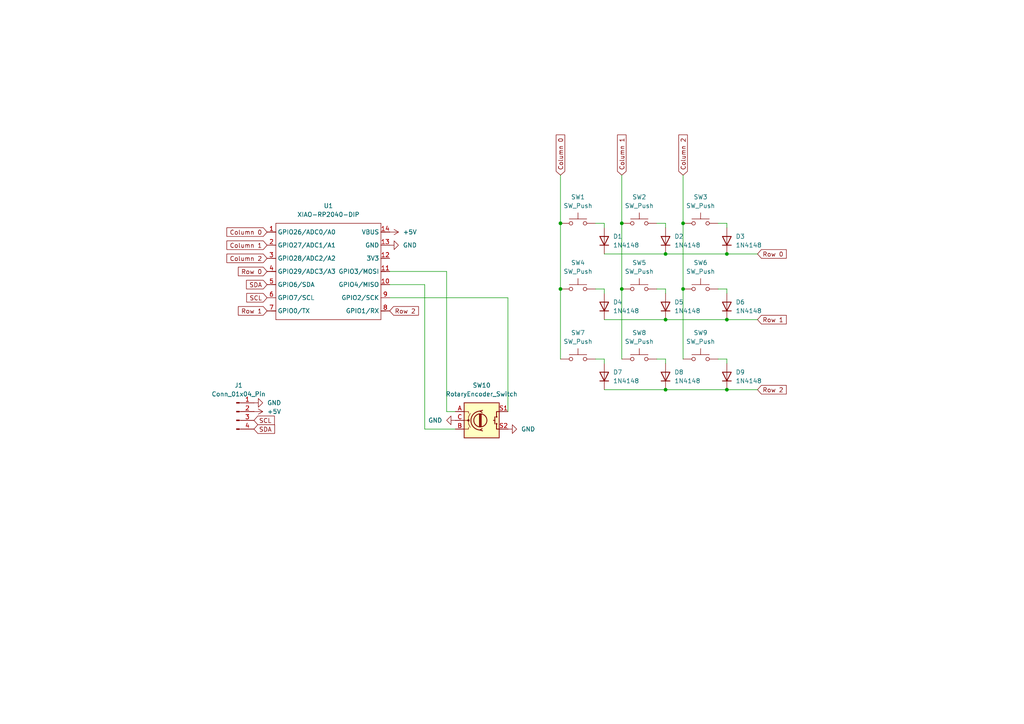
<source format=kicad_sch>
(kicad_sch
	(version 20250114)
	(generator "eeschema")
	(generator_version "9.0")
	(uuid "ed532853-8ff0-4e6b-8101-f3bda02afbc2")
	(paper "A4")
	(lib_symbols
		(symbol "Connector:Conn_01x04_Pin"
			(pin_names
				(offset 1.016)
				(hide yes)
			)
			(exclude_from_sim no)
			(in_bom yes)
			(on_board yes)
			(property "Reference" "J"
				(at 0 5.08 0)
				(effects
					(font
						(size 1.27 1.27)
					)
				)
			)
			(property "Value" "Conn_01x04_Pin"
				(at 0 -7.62 0)
				(effects
					(font
						(size 1.27 1.27)
					)
				)
			)
			(property "Footprint" ""
				(at 0 0 0)
				(effects
					(font
						(size 1.27 1.27)
					)
					(hide yes)
				)
			)
			(property "Datasheet" "~"
				(at 0 0 0)
				(effects
					(font
						(size 1.27 1.27)
					)
					(hide yes)
				)
			)
			(property "Description" "Generic connector, single row, 01x04, script generated"
				(at 0 0 0)
				(effects
					(font
						(size 1.27 1.27)
					)
					(hide yes)
				)
			)
			(property "ki_locked" ""
				(at 0 0 0)
				(effects
					(font
						(size 1.27 1.27)
					)
				)
			)
			(property "ki_keywords" "connector"
				(at 0 0 0)
				(effects
					(font
						(size 1.27 1.27)
					)
					(hide yes)
				)
			)
			(property "ki_fp_filters" "Connector*:*_1x??_*"
				(at 0 0 0)
				(effects
					(font
						(size 1.27 1.27)
					)
					(hide yes)
				)
			)
			(symbol "Conn_01x04_Pin_1_1"
				(rectangle
					(start 0.8636 2.667)
					(end 0 2.413)
					(stroke
						(width 0.1524)
						(type default)
					)
					(fill
						(type outline)
					)
				)
				(rectangle
					(start 0.8636 0.127)
					(end 0 -0.127)
					(stroke
						(width 0.1524)
						(type default)
					)
					(fill
						(type outline)
					)
				)
				(rectangle
					(start 0.8636 -2.413)
					(end 0 -2.667)
					(stroke
						(width 0.1524)
						(type default)
					)
					(fill
						(type outline)
					)
				)
				(rectangle
					(start 0.8636 -4.953)
					(end 0 -5.207)
					(stroke
						(width 0.1524)
						(type default)
					)
					(fill
						(type outline)
					)
				)
				(polyline
					(pts
						(xy 1.27 2.54) (xy 0.8636 2.54)
					)
					(stroke
						(width 0.1524)
						(type default)
					)
					(fill
						(type none)
					)
				)
				(polyline
					(pts
						(xy 1.27 0) (xy 0.8636 0)
					)
					(stroke
						(width 0.1524)
						(type default)
					)
					(fill
						(type none)
					)
				)
				(polyline
					(pts
						(xy 1.27 -2.54) (xy 0.8636 -2.54)
					)
					(stroke
						(width 0.1524)
						(type default)
					)
					(fill
						(type none)
					)
				)
				(polyline
					(pts
						(xy 1.27 -5.08) (xy 0.8636 -5.08)
					)
					(stroke
						(width 0.1524)
						(type default)
					)
					(fill
						(type none)
					)
				)
				(pin passive line
					(at 5.08 2.54 180)
					(length 3.81)
					(name "Pin_1"
						(effects
							(font
								(size 1.27 1.27)
							)
						)
					)
					(number "1"
						(effects
							(font
								(size 1.27 1.27)
							)
						)
					)
				)
				(pin passive line
					(at 5.08 0 180)
					(length 3.81)
					(name "Pin_2"
						(effects
							(font
								(size 1.27 1.27)
							)
						)
					)
					(number "2"
						(effects
							(font
								(size 1.27 1.27)
							)
						)
					)
				)
				(pin passive line
					(at 5.08 -2.54 180)
					(length 3.81)
					(name "Pin_3"
						(effects
							(font
								(size 1.27 1.27)
							)
						)
					)
					(number "3"
						(effects
							(font
								(size 1.27 1.27)
							)
						)
					)
				)
				(pin passive line
					(at 5.08 -5.08 180)
					(length 3.81)
					(name "Pin_4"
						(effects
							(font
								(size 1.27 1.27)
							)
						)
					)
					(number "4"
						(effects
							(font
								(size 1.27 1.27)
							)
						)
					)
				)
			)
			(embedded_fonts no)
		)
		(symbol "Device:RotaryEncoder_Switch"
			(pin_names
				(offset 0.254)
				(hide yes)
			)
			(exclude_from_sim no)
			(in_bom yes)
			(on_board yes)
			(property "Reference" "SW"
				(at 0 6.604 0)
				(effects
					(font
						(size 1.27 1.27)
					)
				)
			)
			(property "Value" "RotaryEncoder_Switch"
				(at 0 -6.604 0)
				(effects
					(font
						(size 1.27 1.27)
					)
				)
			)
			(property "Footprint" ""
				(at -3.81 4.064 0)
				(effects
					(font
						(size 1.27 1.27)
					)
					(hide yes)
				)
			)
			(property "Datasheet" "~"
				(at 0 6.604 0)
				(effects
					(font
						(size 1.27 1.27)
					)
					(hide yes)
				)
			)
			(property "Description" "Rotary encoder, dual channel, incremental quadrate outputs, with switch"
				(at 0 0 0)
				(effects
					(font
						(size 1.27 1.27)
					)
					(hide yes)
				)
			)
			(property "ki_keywords" "rotary switch encoder switch push button"
				(at 0 0 0)
				(effects
					(font
						(size 1.27 1.27)
					)
					(hide yes)
				)
			)
			(property "ki_fp_filters" "RotaryEncoder*Switch*"
				(at 0 0 0)
				(effects
					(font
						(size 1.27 1.27)
					)
					(hide yes)
				)
			)
			(symbol "RotaryEncoder_Switch_0_1"
				(rectangle
					(start -5.08 5.08)
					(end 5.08 -5.08)
					(stroke
						(width 0.254)
						(type default)
					)
					(fill
						(type background)
					)
				)
				(polyline
					(pts
						(xy -5.08 2.54) (xy -3.81 2.54) (xy -3.81 2.032)
					)
					(stroke
						(width 0)
						(type default)
					)
					(fill
						(type none)
					)
				)
				(polyline
					(pts
						(xy -5.08 0) (xy -3.81 0) (xy -3.81 -1.016) (xy -3.302 -2.032)
					)
					(stroke
						(width 0)
						(type default)
					)
					(fill
						(type none)
					)
				)
				(polyline
					(pts
						(xy -5.08 -2.54) (xy -3.81 -2.54) (xy -3.81 -2.032)
					)
					(stroke
						(width 0)
						(type default)
					)
					(fill
						(type none)
					)
				)
				(polyline
					(pts
						(xy -4.318 0) (xy -3.81 0) (xy -3.81 1.016) (xy -3.302 2.032)
					)
					(stroke
						(width 0)
						(type default)
					)
					(fill
						(type none)
					)
				)
				(circle
					(center -3.81 0)
					(radius 0.254)
					(stroke
						(width 0)
						(type default)
					)
					(fill
						(type outline)
					)
				)
				(polyline
					(pts
						(xy -0.635 -1.778) (xy -0.635 1.778)
					)
					(stroke
						(width 0.254)
						(type default)
					)
					(fill
						(type none)
					)
				)
				(circle
					(center -0.381 0)
					(radius 1.905)
					(stroke
						(width 0.254)
						(type default)
					)
					(fill
						(type none)
					)
				)
				(polyline
					(pts
						(xy -0.381 -1.778) (xy -0.381 1.778)
					)
					(stroke
						(width 0.254)
						(type default)
					)
					(fill
						(type none)
					)
				)
				(arc
					(start -0.381 -2.794)
					(mid -3.0988 -0.0635)
					(end -0.381 2.667)
					(stroke
						(width 0.254)
						(type default)
					)
					(fill
						(type none)
					)
				)
				(polyline
					(pts
						(xy -0.127 1.778) (xy -0.127 -1.778)
					)
					(stroke
						(width 0.254)
						(type default)
					)
					(fill
						(type none)
					)
				)
				(polyline
					(pts
						(xy 0.254 2.921) (xy -0.508 2.667) (xy 0.127 2.286)
					)
					(stroke
						(width 0.254)
						(type default)
					)
					(fill
						(type none)
					)
				)
				(polyline
					(pts
						(xy 0.254 -3.048) (xy -0.508 -2.794) (xy 0.127 -2.413)
					)
					(stroke
						(width 0.254)
						(type default)
					)
					(fill
						(type none)
					)
				)
				(polyline
					(pts
						(xy 3.81 1.016) (xy 3.81 -1.016)
					)
					(stroke
						(width 0.254)
						(type default)
					)
					(fill
						(type none)
					)
				)
				(polyline
					(pts
						(xy 3.81 0) (xy 3.429 0)
					)
					(stroke
						(width 0.254)
						(type default)
					)
					(fill
						(type none)
					)
				)
				(circle
					(center 4.318 1.016)
					(radius 0.127)
					(stroke
						(width 0.254)
						(type default)
					)
					(fill
						(type none)
					)
				)
				(circle
					(center 4.318 -1.016)
					(radius 0.127)
					(stroke
						(width 0.254)
						(type default)
					)
					(fill
						(type none)
					)
				)
				(polyline
					(pts
						(xy 5.08 2.54) (xy 4.318 2.54) (xy 4.318 1.016)
					)
					(stroke
						(width 0.254)
						(type default)
					)
					(fill
						(type none)
					)
				)
				(polyline
					(pts
						(xy 5.08 -2.54) (xy 4.318 -2.54) (xy 4.318 -1.016)
					)
					(stroke
						(width 0.254)
						(type default)
					)
					(fill
						(type none)
					)
				)
			)
			(symbol "RotaryEncoder_Switch_1_1"
				(pin passive line
					(at -7.62 2.54 0)
					(length 2.54)
					(name "A"
						(effects
							(font
								(size 1.27 1.27)
							)
						)
					)
					(number "A"
						(effects
							(font
								(size 1.27 1.27)
							)
						)
					)
				)
				(pin passive line
					(at -7.62 0 0)
					(length 2.54)
					(name "C"
						(effects
							(font
								(size 1.27 1.27)
							)
						)
					)
					(number "C"
						(effects
							(font
								(size 1.27 1.27)
							)
						)
					)
				)
				(pin passive line
					(at -7.62 -2.54 0)
					(length 2.54)
					(name "B"
						(effects
							(font
								(size 1.27 1.27)
							)
						)
					)
					(number "B"
						(effects
							(font
								(size 1.27 1.27)
							)
						)
					)
				)
				(pin passive line
					(at 7.62 2.54 180)
					(length 2.54)
					(name "S1"
						(effects
							(font
								(size 1.27 1.27)
							)
						)
					)
					(number "S1"
						(effects
							(font
								(size 1.27 1.27)
							)
						)
					)
				)
				(pin passive line
					(at 7.62 -2.54 180)
					(length 2.54)
					(name "S2"
						(effects
							(font
								(size 1.27 1.27)
							)
						)
					)
					(number "S2"
						(effects
							(font
								(size 1.27 1.27)
							)
						)
					)
				)
			)
			(embedded_fonts no)
		)
		(symbol "Diode:1N4148"
			(pin_numbers
				(hide yes)
			)
			(pin_names
				(hide yes)
			)
			(exclude_from_sim no)
			(in_bom yes)
			(on_board yes)
			(property "Reference" "D"
				(at 0 2.54 0)
				(effects
					(font
						(size 1.27 1.27)
					)
				)
			)
			(property "Value" "1N4148"
				(at 0 -2.54 0)
				(effects
					(font
						(size 1.27 1.27)
					)
				)
			)
			(property "Footprint" "Diode_THT:D_DO-35_SOD27_P7.62mm_Horizontal"
				(at 0 0 0)
				(effects
					(font
						(size 1.27 1.27)
					)
					(hide yes)
				)
			)
			(property "Datasheet" "https://assets.nexperia.com/documents/data-sheet/1N4148_1N4448.pdf"
				(at 0 0 0)
				(effects
					(font
						(size 1.27 1.27)
					)
					(hide yes)
				)
			)
			(property "Description" "100V 0.15A standard switching diode, DO-35"
				(at 0 0 0)
				(effects
					(font
						(size 1.27 1.27)
					)
					(hide yes)
				)
			)
			(property "Sim.Device" "D"
				(at 0 0 0)
				(effects
					(font
						(size 1.27 1.27)
					)
					(hide yes)
				)
			)
			(property "Sim.Pins" "1=K 2=A"
				(at 0 0 0)
				(effects
					(font
						(size 1.27 1.27)
					)
					(hide yes)
				)
			)
			(property "ki_keywords" "diode"
				(at 0 0 0)
				(effects
					(font
						(size 1.27 1.27)
					)
					(hide yes)
				)
			)
			(property "ki_fp_filters" "D*DO?35*"
				(at 0 0 0)
				(effects
					(font
						(size 1.27 1.27)
					)
					(hide yes)
				)
			)
			(symbol "1N4148_0_1"
				(polyline
					(pts
						(xy -1.27 1.27) (xy -1.27 -1.27)
					)
					(stroke
						(width 0.254)
						(type default)
					)
					(fill
						(type none)
					)
				)
				(polyline
					(pts
						(xy 1.27 1.27) (xy 1.27 -1.27) (xy -1.27 0) (xy 1.27 1.27)
					)
					(stroke
						(width 0.254)
						(type default)
					)
					(fill
						(type none)
					)
				)
				(polyline
					(pts
						(xy 1.27 0) (xy -1.27 0)
					)
					(stroke
						(width 0)
						(type default)
					)
					(fill
						(type none)
					)
				)
			)
			(symbol "1N4148_1_1"
				(pin passive line
					(at -3.81 0 0)
					(length 2.54)
					(name "K"
						(effects
							(font
								(size 1.27 1.27)
							)
						)
					)
					(number "1"
						(effects
							(font
								(size 1.27 1.27)
							)
						)
					)
				)
				(pin passive line
					(at 3.81 0 180)
					(length 2.54)
					(name "A"
						(effects
							(font
								(size 1.27 1.27)
							)
						)
					)
					(number "2"
						(effects
							(font
								(size 1.27 1.27)
							)
						)
					)
				)
			)
			(embedded_fonts no)
		)
		(symbol "OPL:XIAO-RP2040-DIP"
			(exclude_from_sim no)
			(in_bom yes)
			(on_board yes)
			(property "Reference" "U"
				(at 0 0 0)
				(effects
					(font
						(size 1.27 1.27)
					)
				)
			)
			(property "Value" "XIAO-RP2040-DIP"
				(at 5.334 -1.778 0)
				(effects
					(font
						(size 1.27 1.27)
					)
				)
			)
			(property "Footprint" "Module:MOUDLE14P-XIAO-DIP-SMD"
				(at 14.478 -32.258 0)
				(effects
					(font
						(size 1.27 1.27)
					)
					(hide yes)
				)
			)
			(property "Datasheet" ""
				(at 0 0 0)
				(effects
					(font
						(size 1.27 1.27)
					)
					(hide yes)
				)
			)
			(property "Description" ""
				(at 0 0 0)
				(effects
					(font
						(size 1.27 1.27)
					)
					(hide yes)
				)
			)
			(symbol "XIAO-RP2040-DIP_1_0"
				(polyline
					(pts
						(xy -1.27 -2.54) (xy 29.21 -2.54)
					)
					(stroke
						(width 0.1524)
						(type solid)
					)
					(fill
						(type none)
					)
				)
				(polyline
					(pts
						(xy -1.27 -5.08) (xy -2.54 -5.08)
					)
					(stroke
						(width 0.1524)
						(type solid)
					)
					(fill
						(type none)
					)
				)
				(polyline
					(pts
						(xy -1.27 -5.08) (xy -1.27 -2.54)
					)
					(stroke
						(width 0.1524)
						(type solid)
					)
					(fill
						(type none)
					)
				)
				(polyline
					(pts
						(xy -1.27 -8.89) (xy -2.54 -8.89)
					)
					(stroke
						(width 0.1524)
						(type solid)
					)
					(fill
						(type none)
					)
				)
				(polyline
					(pts
						(xy -1.27 -8.89) (xy -1.27 -5.08)
					)
					(stroke
						(width 0.1524)
						(type solid)
					)
					(fill
						(type none)
					)
				)
				(polyline
					(pts
						(xy -1.27 -12.7) (xy -2.54 -12.7)
					)
					(stroke
						(width 0.1524)
						(type solid)
					)
					(fill
						(type none)
					)
				)
				(polyline
					(pts
						(xy -1.27 -12.7) (xy -1.27 -8.89)
					)
					(stroke
						(width 0.1524)
						(type solid)
					)
					(fill
						(type none)
					)
				)
				(polyline
					(pts
						(xy -1.27 -16.51) (xy -2.54 -16.51)
					)
					(stroke
						(width 0.1524)
						(type solid)
					)
					(fill
						(type none)
					)
				)
				(polyline
					(pts
						(xy -1.27 -16.51) (xy -1.27 -12.7)
					)
					(stroke
						(width 0.1524)
						(type solid)
					)
					(fill
						(type none)
					)
				)
				(polyline
					(pts
						(xy -1.27 -20.32) (xy -2.54 -20.32)
					)
					(stroke
						(width 0.1524)
						(type solid)
					)
					(fill
						(type none)
					)
				)
				(polyline
					(pts
						(xy -1.27 -24.13) (xy -2.54 -24.13)
					)
					(stroke
						(width 0.1524)
						(type solid)
					)
					(fill
						(type none)
					)
				)
				(polyline
					(pts
						(xy -1.27 -27.94) (xy -2.54 -27.94)
					)
					(stroke
						(width 0.1524)
						(type solid)
					)
					(fill
						(type none)
					)
				)
				(polyline
					(pts
						(xy -1.27 -30.48) (xy -1.27 -16.51)
					)
					(stroke
						(width 0.1524)
						(type solid)
					)
					(fill
						(type none)
					)
				)
				(polyline
					(pts
						(xy 29.21 -2.54) (xy 29.21 -5.08)
					)
					(stroke
						(width 0.1524)
						(type solid)
					)
					(fill
						(type none)
					)
				)
				(polyline
					(pts
						(xy 29.21 -5.08) (xy 29.21 -8.89)
					)
					(stroke
						(width 0.1524)
						(type solid)
					)
					(fill
						(type none)
					)
				)
				(polyline
					(pts
						(xy 29.21 -8.89) (xy 29.21 -12.7)
					)
					(stroke
						(width 0.1524)
						(type solid)
					)
					(fill
						(type none)
					)
				)
				(polyline
					(pts
						(xy 29.21 -12.7) (xy 29.21 -30.48)
					)
					(stroke
						(width 0.1524)
						(type solid)
					)
					(fill
						(type none)
					)
				)
				(polyline
					(pts
						(xy 29.21 -30.48) (xy -1.27 -30.48)
					)
					(stroke
						(width 0.1524)
						(type solid)
					)
					(fill
						(type none)
					)
				)
				(polyline
					(pts
						(xy 30.48 -5.08) (xy 29.21 -5.08)
					)
					(stroke
						(width 0.1524)
						(type solid)
					)
					(fill
						(type none)
					)
				)
				(polyline
					(pts
						(xy 30.48 -8.89) (xy 29.21 -8.89)
					)
					(stroke
						(width 0.1524)
						(type solid)
					)
					(fill
						(type none)
					)
				)
				(polyline
					(pts
						(xy 30.48 -12.7) (xy 29.21 -12.7)
					)
					(stroke
						(width 0.1524)
						(type solid)
					)
					(fill
						(type none)
					)
				)
				(polyline
					(pts
						(xy 30.48 -16.51) (xy 29.21 -16.51)
					)
					(stroke
						(width 0.1524)
						(type solid)
					)
					(fill
						(type none)
					)
				)
				(polyline
					(pts
						(xy 30.48 -20.32) (xy 29.21 -20.32)
					)
					(stroke
						(width 0.1524)
						(type solid)
					)
					(fill
						(type none)
					)
				)
				(polyline
					(pts
						(xy 30.48 -24.13) (xy 29.21 -24.13)
					)
					(stroke
						(width 0.1524)
						(type solid)
					)
					(fill
						(type none)
					)
				)
				(polyline
					(pts
						(xy 30.48 -27.94) (xy 29.21 -27.94)
					)
					(stroke
						(width 0.1524)
						(type solid)
					)
					(fill
						(type none)
					)
				)
				(pin passive line
					(at -3.81 -5.08 0)
					(length 2.54)
					(name "GPIO26/ADC0/A0"
						(effects
							(font
								(size 1.27 1.27)
							)
						)
					)
					(number "1"
						(effects
							(font
								(size 1.27 1.27)
							)
						)
					)
				)
				(pin passive line
					(at -3.81 -8.89 0)
					(length 2.54)
					(name "GPIO27/ADC1/A1"
						(effects
							(font
								(size 1.27 1.27)
							)
						)
					)
					(number "2"
						(effects
							(font
								(size 1.27 1.27)
							)
						)
					)
				)
				(pin passive line
					(at -3.81 -12.7 0)
					(length 2.54)
					(name "GPIO28/ADC2/A2"
						(effects
							(font
								(size 1.27 1.27)
							)
						)
					)
					(number "3"
						(effects
							(font
								(size 1.27 1.27)
							)
						)
					)
				)
				(pin passive line
					(at -3.81 -16.51 0)
					(length 2.54)
					(name "GPIO29/ADC3/A3"
						(effects
							(font
								(size 1.27 1.27)
							)
						)
					)
					(number "4"
						(effects
							(font
								(size 1.27 1.27)
							)
						)
					)
				)
				(pin passive line
					(at -3.81 -20.32 0)
					(length 2.54)
					(name "GPIO6/SDA"
						(effects
							(font
								(size 1.27 1.27)
							)
						)
					)
					(number "5"
						(effects
							(font
								(size 1.27 1.27)
							)
						)
					)
				)
				(pin passive line
					(at -3.81 -24.13 0)
					(length 2.54)
					(name "GPIO7/SCL"
						(effects
							(font
								(size 1.27 1.27)
							)
						)
					)
					(number "6"
						(effects
							(font
								(size 1.27 1.27)
							)
						)
					)
				)
				(pin passive line
					(at -3.81 -27.94 0)
					(length 2.54)
					(name "GPIO0/TX"
						(effects
							(font
								(size 1.27 1.27)
							)
						)
					)
					(number "7"
						(effects
							(font
								(size 1.27 1.27)
							)
						)
					)
				)
				(pin passive line
					(at 31.75 -5.08 180)
					(length 2.54)
					(name "VBUS"
						(effects
							(font
								(size 1.27 1.27)
							)
						)
					)
					(number "14"
						(effects
							(font
								(size 1.27 1.27)
							)
						)
					)
				)
				(pin passive line
					(at 31.75 -8.89 180)
					(length 2.54)
					(name "GND"
						(effects
							(font
								(size 1.27 1.27)
							)
						)
					)
					(number "13"
						(effects
							(font
								(size 1.27 1.27)
							)
						)
					)
				)
				(pin passive line
					(at 31.75 -12.7 180)
					(length 2.54)
					(name "3V3"
						(effects
							(font
								(size 1.27 1.27)
							)
						)
					)
					(number "12"
						(effects
							(font
								(size 1.27 1.27)
							)
						)
					)
				)
				(pin passive line
					(at 31.75 -16.51 180)
					(length 2.54)
					(name "GPIO3/MOSI"
						(effects
							(font
								(size 1.27 1.27)
							)
						)
					)
					(number "11"
						(effects
							(font
								(size 1.27 1.27)
							)
						)
					)
				)
				(pin passive line
					(at 31.75 -20.32 180)
					(length 2.54)
					(name "GPIO4/MISO"
						(effects
							(font
								(size 1.27 1.27)
							)
						)
					)
					(number "10"
						(effects
							(font
								(size 1.27 1.27)
							)
						)
					)
				)
				(pin passive line
					(at 31.75 -24.13 180)
					(length 2.54)
					(name "GPIO2/SCK"
						(effects
							(font
								(size 1.27 1.27)
							)
						)
					)
					(number "9"
						(effects
							(font
								(size 1.27 1.27)
							)
						)
					)
				)
				(pin passive line
					(at 31.75 -27.94 180)
					(length 2.54)
					(name "GPIO1/RX"
						(effects
							(font
								(size 1.27 1.27)
							)
						)
					)
					(number "8"
						(effects
							(font
								(size 1.27 1.27)
							)
						)
					)
				)
			)
			(embedded_fonts no)
		)
		(symbol "Switch:SW_Push"
			(pin_numbers
				(hide yes)
			)
			(pin_names
				(offset 1.016)
				(hide yes)
			)
			(exclude_from_sim no)
			(in_bom yes)
			(on_board yes)
			(property "Reference" "SW"
				(at 1.27 2.54 0)
				(effects
					(font
						(size 1.27 1.27)
					)
					(justify left)
				)
			)
			(property "Value" "SW_Push"
				(at 0 -1.524 0)
				(effects
					(font
						(size 1.27 1.27)
					)
				)
			)
			(property "Footprint" ""
				(at 0 5.08 0)
				(effects
					(font
						(size 1.27 1.27)
					)
					(hide yes)
				)
			)
			(property "Datasheet" "~"
				(at 0 5.08 0)
				(effects
					(font
						(size 1.27 1.27)
					)
					(hide yes)
				)
			)
			(property "Description" "Push button switch, generic, two pins"
				(at 0 0 0)
				(effects
					(font
						(size 1.27 1.27)
					)
					(hide yes)
				)
			)
			(property "ki_keywords" "switch normally-open pushbutton push-button"
				(at 0 0 0)
				(effects
					(font
						(size 1.27 1.27)
					)
					(hide yes)
				)
			)
			(symbol "SW_Push_0_1"
				(circle
					(center -2.032 0)
					(radius 0.508)
					(stroke
						(width 0)
						(type default)
					)
					(fill
						(type none)
					)
				)
				(polyline
					(pts
						(xy 0 1.27) (xy 0 3.048)
					)
					(stroke
						(width 0)
						(type default)
					)
					(fill
						(type none)
					)
				)
				(circle
					(center 2.032 0)
					(radius 0.508)
					(stroke
						(width 0)
						(type default)
					)
					(fill
						(type none)
					)
				)
				(polyline
					(pts
						(xy 2.54 1.27) (xy -2.54 1.27)
					)
					(stroke
						(width 0)
						(type default)
					)
					(fill
						(type none)
					)
				)
				(pin passive line
					(at -5.08 0 0)
					(length 2.54)
					(name "1"
						(effects
							(font
								(size 1.27 1.27)
							)
						)
					)
					(number "1"
						(effects
							(font
								(size 1.27 1.27)
							)
						)
					)
				)
				(pin passive line
					(at 5.08 0 180)
					(length 2.54)
					(name "2"
						(effects
							(font
								(size 1.27 1.27)
							)
						)
					)
					(number "2"
						(effects
							(font
								(size 1.27 1.27)
							)
						)
					)
				)
			)
			(embedded_fonts no)
		)
		(symbol "power:+5V"
			(power)
			(pin_numbers
				(hide yes)
			)
			(pin_names
				(offset 0)
				(hide yes)
			)
			(exclude_from_sim no)
			(in_bom yes)
			(on_board yes)
			(property "Reference" "#PWR"
				(at 0 -3.81 0)
				(effects
					(font
						(size 1.27 1.27)
					)
					(hide yes)
				)
			)
			(property "Value" "+5V"
				(at 0 3.556 0)
				(effects
					(font
						(size 1.27 1.27)
					)
				)
			)
			(property "Footprint" ""
				(at 0 0 0)
				(effects
					(font
						(size 1.27 1.27)
					)
					(hide yes)
				)
			)
			(property "Datasheet" ""
				(at 0 0 0)
				(effects
					(font
						(size 1.27 1.27)
					)
					(hide yes)
				)
			)
			(property "Description" "Power symbol creates a global label with name \"+5V\""
				(at 0 0 0)
				(effects
					(font
						(size 1.27 1.27)
					)
					(hide yes)
				)
			)
			(property "ki_keywords" "global power"
				(at 0 0 0)
				(effects
					(font
						(size 1.27 1.27)
					)
					(hide yes)
				)
			)
			(symbol "+5V_0_1"
				(polyline
					(pts
						(xy -0.762 1.27) (xy 0 2.54)
					)
					(stroke
						(width 0)
						(type default)
					)
					(fill
						(type none)
					)
				)
				(polyline
					(pts
						(xy 0 2.54) (xy 0.762 1.27)
					)
					(stroke
						(width 0)
						(type default)
					)
					(fill
						(type none)
					)
				)
				(polyline
					(pts
						(xy 0 0) (xy 0 2.54)
					)
					(stroke
						(width 0)
						(type default)
					)
					(fill
						(type none)
					)
				)
			)
			(symbol "+5V_1_1"
				(pin power_in line
					(at 0 0 90)
					(length 0)
					(name "~"
						(effects
							(font
								(size 1.27 1.27)
							)
						)
					)
					(number "1"
						(effects
							(font
								(size 1.27 1.27)
							)
						)
					)
				)
			)
			(embedded_fonts no)
		)
		(symbol "power:GND"
			(power)
			(pin_numbers
				(hide yes)
			)
			(pin_names
				(offset 0)
				(hide yes)
			)
			(exclude_from_sim no)
			(in_bom yes)
			(on_board yes)
			(property "Reference" "#PWR"
				(at 0 -6.35 0)
				(effects
					(font
						(size 1.27 1.27)
					)
					(hide yes)
				)
			)
			(property "Value" "GND"
				(at 0 -3.81 0)
				(effects
					(font
						(size 1.27 1.27)
					)
				)
			)
			(property "Footprint" ""
				(at 0 0 0)
				(effects
					(font
						(size 1.27 1.27)
					)
					(hide yes)
				)
			)
			(property "Datasheet" ""
				(at 0 0 0)
				(effects
					(font
						(size 1.27 1.27)
					)
					(hide yes)
				)
			)
			(property "Description" "Power symbol creates a global label with name \"GND\" , ground"
				(at 0 0 0)
				(effects
					(font
						(size 1.27 1.27)
					)
					(hide yes)
				)
			)
			(property "ki_keywords" "global power"
				(at 0 0 0)
				(effects
					(font
						(size 1.27 1.27)
					)
					(hide yes)
				)
			)
			(symbol "GND_0_1"
				(polyline
					(pts
						(xy 0 0) (xy 0 -1.27) (xy 1.27 -1.27) (xy 0 -2.54) (xy -1.27 -1.27) (xy 0 -1.27)
					)
					(stroke
						(width 0)
						(type default)
					)
					(fill
						(type none)
					)
				)
			)
			(symbol "GND_1_1"
				(pin power_in line
					(at 0 0 270)
					(length 0)
					(name "~"
						(effects
							(font
								(size 1.27 1.27)
							)
						)
					)
					(number "1"
						(effects
							(font
								(size 1.27 1.27)
							)
						)
					)
				)
			)
			(embedded_fonts no)
		)
	)
	(junction
		(at 193.04 73.66)
		(diameter 0)
		(color 0 0 0 0)
		(uuid "18fd95aa-bf6a-4b70-918d-7e45ad6676a8")
	)
	(junction
		(at 180.34 83.82)
		(diameter 0)
		(color 0 0 0 0)
		(uuid "21fe08e9-2b74-4cae-9883-f4ca0b420bab")
	)
	(junction
		(at 210.82 92.71)
		(diameter 0)
		(color 0 0 0 0)
		(uuid "24f5921d-a941-4571-b762-14e9bb2f85fa")
	)
	(junction
		(at 210.82 113.03)
		(diameter 0)
		(color 0 0 0 0)
		(uuid "33c109f5-a6a8-4d0c-9143-b4d629777251")
	)
	(junction
		(at 198.12 83.82)
		(diameter 0)
		(color 0 0 0 0)
		(uuid "3997c9b1-41fc-4d64-af6e-8888727b9356")
	)
	(junction
		(at 193.04 113.03)
		(diameter 0)
		(color 0 0 0 0)
		(uuid "59c11f09-c486-4665-b3c1-02c2cf71b547")
	)
	(junction
		(at 198.12 64.77)
		(diameter 0)
		(color 0 0 0 0)
		(uuid "a00f5f22-2ecf-4925-897a-560d6a0c0210")
	)
	(junction
		(at 162.56 64.77)
		(diameter 0)
		(color 0 0 0 0)
		(uuid "a48b2188-ea88-4a9f-acd5-21bdfddfe639")
	)
	(junction
		(at 180.34 64.77)
		(diameter 0)
		(color 0 0 0 0)
		(uuid "adfcddaa-5e3e-4e44-8db6-a9c7c7db9bd1")
	)
	(junction
		(at 162.56 83.82)
		(diameter 0)
		(color 0 0 0 0)
		(uuid "be9986cd-da1e-4a8c-9054-6d529d6c66b7")
	)
	(junction
		(at 193.04 92.71)
		(diameter 0)
		(color 0 0 0 0)
		(uuid "c43f309f-b4ac-4792-ac16-cded33a08b5b")
	)
	(junction
		(at 210.82 73.66)
		(diameter 0)
		(color 0 0 0 0)
		(uuid "d7ad5536-fd3e-4bbe-8260-07e9ee680bc4")
	)
	(wire
		(pts
			(xy 175.26 113.03) (xy 193.04 113.03)
		)
		(stroke
			(width 0)
			(type default)
		)
		(uuid "024763b1-a275-4e85-b6b8-2dc5c53c7147")
	)
	(wire
		(pts
			(xy 172.72 104.14) (xy 175.26 104.14)
		)
		(stroke
			(width 0)
			(type default)
		)
		(uuid "1b3caac5-ba1d-429c-bc73-19eb17e94d88")
	)
	(wire
		(pts
			(xy 193.04 113.03) (xy 210.82 113.03)
		)
		(stroke
			(width 0)
			(type default)
		)
		(uuid "250b6f0b-171c-405d-a54d-01539091aac0")
	)
	(wire
		(pts
			(xy 210.82 104.14) (xy 210.82 105.41)
		)
		(stroke
			(width 0)
			(type default)
		)
		(uuid "27f5602e-d5da-42b6-bdeb-5fb865b6f145")
	)
	(wire
		(pts
			(xy 208.28 104.14) (xy 210.82 104.14)
		)
		(stroke
			(width 0)
			(type default)
		)
		(uuid "2fe7ad05-34de-4f8b-8271-756bf280abd0")
	)
	(wire
		(pts
			(xy 162.56 64.77) (xy 162.56 83.82)
		)
		(stroke
			(width 0)
			(type default)
		)
		(uuid "2ffb33b1-fd86-44ef-9c31-48ac77e0147e")
	)
	(wire
		(pts
			(xy 180.34 83.82) (xy 180.34 104.14)
		)
		(stroke
			(width 0)
			(type default)
		)
		(uuid "3099b4f7-104a-44d4-aee4-00dad58643d2")
	)
	(wire
		(pts
			(xy 198.12 50.8) (xy 198.12 64.77)
		)
		(stroke
			(width 0)
			(type default)
		)
		(uuid "33037e22-b390-4d14-812a-542ae1d221d2")
	)
	(wire
		(pts
			(xy 147.32 119.38) (xy 147.32 86.36)
		)
		(stroke
			(width 0)
			(type default)
		)
		(uuid "365b52ef-859a-4fb5-aed6-9361d5186fb1")
	)
	(wire
		(pts
			(xy 132.08 119.38) (xy 129.54 119.38)
		)
		(stroke
			(width 0)
			(type default)
		)
		(uuid "3d309d92-49e2-4f6d-bd1f-5fdfe95a4af5")
	)
	(wire
		(pts
			(xy 175.26 83.82) (xy 175.26 85.09)
		)
		(stroke
			(width 0)
			(type default)
		)
		(uuid "40635567-0262-4084-850d-5e739bac6f6d")
	)
	(wire
		(pts
			(xy 198.12 64.77) (xy 198.12 83.82)
		)
		(stroke
			(width 0)
			(type default)
		)
		(uuid "46579fca-0edd-4a6e-8d3b-661ed9df6f5d")
	)
	(wire
		(pts
			(xy 210.82 83.82) (xy 210.82 85.09)
		)
		(stroke
			(width 0)
			(type default)
		)
		(uuid "46eebed3-ab68-40fa-a5e3-0a465e37f77e")
	)
	(wire
		(pts
			(xy 113.03 78.74) (xy 129.54 78.74)
		)
		(stroke
			(width 0)
			(type default)
		)
		(uuid "57a0289d-1e94-4426-abfd-b2a20083c3d2")
	)
	(wire
		(pts
			(xy 190.5 83.82) (xy 193.04 83.82)
		)
		(stroke
			(width 0)
			(type default)
		)
		(uuid "590c9d5c-27f2-4f94-a995-f7cff9fa3213")
	)
	(wire
		(pts
			(xy 210.82 92.71) (xy 219.71 92.71)
		)
		(stroke
			(width 0)
			(type default)
		)
		(uuid "5c717ef4-0c8e-4c2f-94dd-c0eba335419e")
	)
	(wire
		(pts
			(xy 193.04 73.66) (xy 210.82 73.66)
		)
		(stroke
			(width 0)
			(type default)
		)
		(uuid "604557fa-e1af-46e4-b16a-7c64698fa678")
	)
	(wire
		(pts
			(xy 208.28 64.77) (xy 210.82 64.77)
		)
		(stroke
			(width 0)
			(type default)
		)
		(uuid "650b4c88-b508-4c22-ab42-9579b8e2524d")
	)
	(wire
		(pts
			(xy 208.28 83.82) (xy 210.82 83.82)
		)
		(stroke
			(width 0)
			(type default)
		)
		(uuid "6bcf0e6b-c248-47f5-90a3-01db6c71094a")
	)
	(wire
		(pts
			(xy 175.26 92.71) (xy 193.04 92.71)
		)
		(stroke
			(width 0)
			(type default)
		)
		(uuid "6d4ecb26-0651-4235-9b15-389f2b13c3dc")
	)
	(wire
		(pts
			(xy 198.12 83.82) (xy 198.12 104.14)
		)
		(stroke
			(width 0)
			(type default)
		)
		(uuid "70c0da72-cb00-4c82-9b82-90d7363a9e7c")
	)
	(wire
		(pts
			(xy 132.08 124.46) (xy 123.19 124.46)
		)
		(stroke
			(width 0)
			(type default)
		)
		(uuid "7a6ee84b-57ce-4338-887a-16d1576e68d1")
	)
	(wire
		(pts
			(xy 175.26 104.14) (xy 175.26 105.41)
		)
		(stroke
			(width 0)
			(type default)
		)
		(uuid "811b2651-beac-416b-9d6c-9a85b9d27bcf")
	)
	(wire
		(pts
			(xy 172.72 64.77) (xy 175.26 64.77)
		)
		(stroke
			(width 0)
			(type default)
		)
		(uuid "81630082-d4e2-44b8-930f-d8991634e34c")
	)
	(wire
		(pts
			(xy 210.82 113.03) (xy 219.71 113.03)
		)
		(stroke
			(width 0)
			(type default)
		)
		(uuid "86fae649-f273-4655-a8fe-43916f3bfa36")
	)
	(wire
		(pts
			(xy 210.82 64.77) (xy 210.82 66.04)
		)
		(stroke
			(width 0)
			(type default)
		)
		(uuid "9658e4a3-63f7-45ab-a493-42c7871c0d7a")
	)
	(wire
		(pts
			(xy 193.04 104.14) (xy 193.04 105.41)
		)
		(stroke
			(width 0)
			(type default)
		)
		(uuid "9bc5e8ef-3296-4d01-871b-f0e415fc75d2")
	)
	(wire
		(pts
			(xy 162.56 83.82) (xy 162.56 104.14)
		)
		(stroke
			(width 0)
			(type default)
		)
		(uuid "a0a3dabe-c1c0-4b03-ba91-b5b6a6207f1a")
	)
	(wire
		(pts
			(xy 129.54 119.38) (xy 129.54 78.74)
		)
		(stroke
			(width 0)
			(type default)
		)
		(uuid "a520ccf0-c910-4e96-8198-7c870bb7f289")
	)
	(wire
		(pts
			(xy 175.26 73.66) (xy 193.04 73.66)
		)
		(stroke
			(width 0)
			(type default)
		)
		(uuid "a8cae484-1516-4eec-8664-7399df3833cb")
	)
	(wire
		(pts
			(xy 172.72 83.82) (xy 175.26 83.82)
		)
		(stroke
			(width 0)
			(type default)
		)
		(uuid "a913cf1e-bc2b-49ab-920e-e6ce3631d2f4")
	)
	(wire
		(pts
			(xy 113.03 86.36) (xy 147.32 86.36)
		)
		(stroke
			(width 0)
			(type default)
		)
		(uuid "abc46e12-d078-48bf-bc7a-d500128e9a75")
	)
	(wire
		(pts
			(xy 193.04 92.71) (xy 210.82 92.71)
		)
		(stroke
			(width 0)
			(type default)
		)
		(uuid "c10acf4e-6243-4695-9443-2a4e6a50aa89")
	)
	(wire
		(pts
			(xy 123.19 82.55) (xy 113.03 82.55)
		)
		(stroke
			(width 0)
			(type default)
		)
		(uuid "c166092a-b021-4e88-baa9-cd64ff9cdf2b")
	)
	(wire
		(pts
			(xy 193.04 83.82) (xy 193.04 85.09)
		)
		(stroke
			(width 0)
			(type default)
		)
		(uuid "c6f2a3d7-8fac-4f59-bea0-54c2bdada029")
	)
	(wire
		(pts
			(xy 190.5 64.77) (xy 193.04 64.77)
		)
		(stroke
			(width 0)
			(type default)
		)
		(uuid "cfdf4823-ceec-4166-ae86-97822c127349")
	)
	(wire
		(pts
			(xy 180.34 64.77) (xy 180.34 83.82)
		)
		(stroke
			(width 0)
			(type default)
		)
		(uuid "d0dfcf5e-680f-4363-8909-e2716ef6a674")
	)
	(wire
		(pts
			(xy 162.56 50.8) (xy 162.56 64.77)
		)
		(stroke
			(width 0)
			(type default)
		)
		(uuid "d9368fc1-b44e-46cd-be84-f4bd8eb15247")
	)
	(wire
		(pts
			(xy 175.26 64.77) (xy 175.26 66.04)
		)
		(stroke
			(width 0)
			(type default)
		)
		(uuid "d96962f8-151b-4c6b-af2d-a2ffebfddef2")
	)
	(wire
		(pts
			(xy 210.82 73.66) (xy 219.71 73.66)
		)
		(stroke
			(width 0)
			(type default)
		)
		(uuid "de6db186-b0f0-4676-9686-7419462f9d34")
	)
	(wire
		(pts
			(xy 180.34 50.8) (xy 180.34 64.77)
		)
		(stroke
			(width 0)
			(type default)
		)
		(uuid "ed19ece0-2364-4211-8fe7-47e3ab7af7b1")
	)
	(wire
		(pts
			(xy 123.19 124.46) (xy 123.19 82.55)
		)
		(stroke
			(width 0)
			(type default)
		)
		(uuid "ef368d6b-a729-46c3-aa4f-f17253cf58e1")
	)
	(wire
		(pts
			(xy 193.04 64.77) (xy 193.04 66.04)
		)
		(stroke
			(width 0)
			(type default)
		)
		(uuid "f0f0d38a-f7dc-4127-b035-4823d3b160ad")
	)
	(wire
		(pts
			(xy 190.5 104.14) (xy 193.04 104.14)
		)
		(stroke
			(width 0)
			(type default)
		)
		(uuid "f1c8c7bb-2dc3-4904-9ba1-5583e9da42c2")
	)
	(global_label "Row 2"
		(shape input)
		(at 113.03 90.17 0)
		(fields_autoplaced yes)
		(effects
			(font
				(size 1.27 1.27)
			)
			(justify left)
		)
		(uuid "1cffc8f7-398d-453d-9226-ae3f2e97d1a0")
		(property "Intersheetrefs" "${INTERSHEET_REFS}"
			(at 121.9418 90.17 0)
			(effects
				(font
					(size 1.27 1.27)
				)
				(justify left)
				(hide yes)
			)
		)
	)
	(global_label "SDA"
		(shape input)
		(at 73.66 124.46 0)
		(fields_autoplaced yes)
		(effects
			(font
				(size 1.27 1.27)
			)
			(justify left)
		)
		(uuid "35a65e1f-87f5-4a90-b8f8-1fe8bd47e25c")
		(property "Intersheetrefs" "${INTERSHEET_REFS}"
			(at 80.2133 124.46 0)
			(effects
				(font
					(size 1.27 1.27)
				)
				(justify left)
				(hide yes)
			)
		)
	)
	(global_label "Column 2"
		(shape input)
		(at 77.47 74.93 180)
		(fields_autoplaced yes)
		(effects
			(font
				(size 1.27 1.27)
			)
			(justify right)
		)
		(uuid "45faee34-501b-44ea-a53b-c3169997c3f5")
		(property "Intersheetrefs" "${INTERSHEET_REFS}"
			(at 65.2322 74.93 0)
			(effects
				(font
					(size 1.27 1.27)
				)
				(justify right)
				(hide yes)
			)
		)
	)
	(global_label "Column 0"
		(shape input)
		(at 162.56 50.8 90)
		(fields_autoplaced yes)
		(effects
			(font
				(size 1.27 1.27)
			)
			(justify left)
		)
		(uuid "571e42f0-c34c-4a92-b904-03845bf92e5e")
		(property "Intersheetrefs" "${INTERSHEET_REFS}"
			(at 162.56 38.5622 90)
			(effects
				(font
					(size 1.27 1.27)
				)
				(justify left)
				(hide yes)
			)
		)
	)
	(global_label "SCL"
		(shape input)
		(at 77.47 86.36 180)
		(fields_autoplaced yes)
		(effects
			(font
				(size 1.27 1.27)
			)
			(justify right)
		)
		(uuid "580a10fe-8d2c-48e6-81d8-86775dd0f0bd")
		(property "Intersheetrefs" "${INTERSHEET_REFS}"
			(at 70.9772 86.36 0)
			(effects
				(font
					(size 1.27 1.27)
				)
				(justify right)
				(hide yes)
			)
		)
	)
	(global_label "Column 0"
		(shape input)
		(at 77.47 67.31 180)
		(fields_autoplaced yes)
		(effects
			(font
				(size 1.27 1.27)
			)
			(justify right)
		)
		(uuid "6ca00f16-a107-41a8-8534-dd66bc85fda6")
		(property "Intersheetrefs" "${INTERSHEET_REFS}"
			(at 65.2322 67.31 0)
			(effects
				(font
					(size 1.27 1.27)
				)
				(justify right)
				(hide yes)
			)
		)
	)
	(global_label "Column 2"
		(shape input)
		(at 198.12 50.8 90)
		(fields_autoplaced yes)
		(effects
			(font
				(size 1.27 1.27)
			)
			(justify left)
		)
		(uuid "6dfb4c97-254d-4117-b74e-b2b47842b703")
		(property "Intersheetrefs" "${INTERSHEET_REFS}"
			(at 198.12 38.5622 90)
			(effects
				(font
					(size 1.27 1.27)
				)
				(justify left)
				(hide yes)
			)
		)
	)
	(global_label "Column 1"
		(shape input)
		(at 77.47 71.12 180)
		(fields_autoplaced yes)
		(effects
			(font
				(size 1.27 1.27)
			)
			(justify right)
		)
		(uuid "777c5472-dbd9-4b34-ad41-928ad06177dd")
		(property "Intersheetrefs" "${INTERSHEET_REFS}"
			(at 65.2322 71.12 0)
			(effects
				(font
					(size 1.27 1.27)
				)
				(justify right)
				(hide yes)
			)
		)
	)
	(global_label "Row 0"
		(shape input)
		(at 77.47 78.74 180)
		(fields_autoplaced yes)
		(effects
			(font
				(size 1.27 1.27)
			)
			(justify right)
		)
		(uuid "7e26be5d-6417-4af9-ba94-802b92000a0a")
		(property "Intersheetrefs" "${INTERSHEET_REFS}"
			(at 68.5582 78.74 0)
			(effects
				(font
					(size 1.27 1.27)
				)
				(justify right)
				(hide yes)
			)
		)
	)
	(global_label "SDA"
		(shape input)
		(at 77.47 82.55 180)
		(fields_autoplaced yes)
		(effects
			(font
				(size 1.27 1.27)
			)
			(justify right)
		)
		(uuid "83d97a3e-964b-4067-ab4d-34e25c3fabb1")
		(property "Intersheetrefs" "${INTERSHEET_REFS}"
			(at 70.9167 82.55 0)
			(effects
				(font
					(size 1.27 1.27)
				)
				(justify right)
				(hide yes)
			)
		)
	)
	(global_label "Row 0"
		(shape input)
		(at 219.71 73.66 0)
		(fields_autoplaced yes)
		(effects
			(font
				(size 1.27 1.27)
			)
			(justify left)
		)
		(uuid "895ae2a6-08b0-4734-9305-c994eb84dc12")
		(property "Intersheetrefs" "${INTERSHEET_REFS}"
			(at 228.6218 73.66 0)
			(effects
				(font
					(size 1.27 1.27)
				)
				(justify left)
				(hide yes)
			)
		)
	)
	(global_label "Column 1"
		(shape input)
		(at 180.34 50.8 90)
		(fields_autoplaced yes)
		(effects
			(font
				(size 1.27 1.27)
			)
			(justify left)
		)
		(uuid "b192fa18-a33e-4d7c-a412-0c5694005644")
		(property "Intersheetrefs" "${INTERSHEET_REFS}"
			(at 180.34 38.5622 90)
			(effects
				(font
					(size 1.27 1.27)
				)
				(justify left)
				(hide yes)
			)
		)
	)
	(global_label "Row 1"
		(shape input)
		(at 77.47 90.17 180)
		(fields_autoplaced yes)
		(effects
			(font
				(size 1.27 1.27)
			)
			(justify right)
		)
		(uuid "b8b6df89-3f57-445f-960d-f35235d90bea")
		(property "Intersheetrefs" "${INTERSHEET_REFS}"
			(at 68.5582 90.17 0)
			(effects
				(font
					(size 1.27 1.27)
				)
				(justify right)
				(hide yes)
			)
		)
	)
	(global_label "Row 2"
		(shape input)
		(at 219.71 113.03 0)
		(fields_autoplaced yes)
		(effects
			(font
				(size 1.27 1.27)
			)
			(justify left)
		)
		(uuid "c97c87bd-7f99-475f-821c-d23e5e7c1a0e")
		(property "Intersheetrefs" "${INTERSHEET_REFS}"
			(at 228.6218 113.03 0)
			(effects
				(font
					(size 1.27 1.27)
				)
				(justify left)
				(hide yes)
			)
		)
	)
	(global_label "Row 1"
		(shape input)
		(at 219.71 92.71 0)
		(fields_autoplaced yes)
		(effects
			(font
				(size 1.27 1.27)
			)
			(justify left)
		)
		(uuid "de2da691-9404-4b01-b6ee-fc9455ddfa83")
		(property "Intersheetrefs" "${INTERSHEET_REFS}"
			(at 228.6218 92.71 0)
			(effects
				(font
					(size 1.27 1.27)
				)
				(justify left)
				(hide yes)
			)
		)
	)
	(global_label "SCL"
		(shape input)
		(at 73.66 121.92 0)
		(fields_autoplaced yes)
		(effects
			(font
				(size 1.27 1.27)
			)
			(justify left)
		)
		(uuid "ec86507e-9297-4f16-ab59-02ceecf3fc05")
		(property "Intersheetrefs" "${INTERSHEET_REFS}"
			(at 80.1528 121.92 0)
			(effects
				(font
					(size 1.27 1.27)
				)
				(justify left)
				(hide yes)
			)
		)
	)
	(symbol
		(lib_id "Diode:1N4148")
		(at 175.26 88.9 90)
		(unit 1)
		(exclude_from_sim no)
		(in_bom yes)
		(on_board yes)
		(dnp no)
		(fields_autoplaced yes)
		(uuid "0db76486-0a82-4ed4-9621-fd28c657365e")
		(property "Reference" "D4"
			(at 177.8 87.6299 90)
			(effects
				(font
					(size 1.27 1.27)
				)
				(justify right)
			)
		)
		(property "Value" "1N4148"
			(at 177.8 90.1699 90)
			(effects
				(font
					(size 1.27 1.27)
				)
				(justify right)
			)
		)
		(property "Footprint" "Diode_THT:D_DO-35_SOD27_P7.62mm_Horizontal"
			(at 175.26 88.9 0)
			(effects
				(font
					(size 1.27 1.27)
				)
				(hide yes)
			)
		)
		(property "Datasheet" "https://assets.nexperia.com/documents/data-sheet/1N4148_1N4448.pdf"
			(at 175.26 88.9 0)
			(effects
				(font
					(size 1.27 1.27)
				)
				(hide yes)
			)
		)
		(property "Description" "100V 0.15A standard switching diode, DO-35"
			(at 175.26 88.9 0)
			(effects
				(font
					(size 1.27 1.27)
				)
				(hide yes)
			)
		)
		(property "Sim.Device" "D"
			(at 175.26 88.9 0)
			(effects
				(font
					(size 1.27 1.27)
				)
				(hide yes)
			)
		)
		(property "Sim.Pins" "1=K 2=A"
			(at 175.26 88.9 0)
			(effects
				(font
					(size 1.27 1.27)
				)
				(hide yes)
			)
		)
		(pin "2"
			(uuid "a0186ddf-73fe-4b80-9b61-906bd9724635")
		)
		(pin "1"
			(uuid "5f603aba-d5df-4fbe-9d92-166c5ea2ef18")
		)
		(instances
			(project "hackpadv2"
				(path "/ed532853-8ff0-4e6b-8101-f3bda02afbc2"
					(reference "D4")
					(unit 1)
				)
			)
		)
	)
	(symbol
		(lib_id "Diode:1N4148")
		(at 210.82 69.85 90)
		(unit 1)
		(exclude_from_sim no)
		(in_bom yes)
		(on_board yes)
		(dnp no)
		(fields_autoplaced yes)
		(uuid "2575b208-2c2c-4e4a-8dca-c2c782a9e84b")
		(property "Reference" "D3"
			(at 213.36 68.5799 90)
			(effects
				(font
					(size 1.27 1.27)
				)
				(justify right)
			)
		)
		(property "Value" "1N4148"
			(at 213.36 71.1199 90)
			(effects
				(font
					(size 1.27 1.27)
				)
				(justify right)
			)
		)
		(property "Footprint" "Diode_THT:D_DO-35_SOD27_P7.62mm_Horizontal"
			(at 210.82 69.85 0)
			(effects
				(font
					(size 1.27 1.27)
				)
				(hide yes)
			)
		)
		(property "Datasheet" "https://assets.nexperia.com/documents/data-sheet/1N4148_1N4448.pdf"
			(at 210.82 69.85 0)
			(effects
				(font
					(size 1.27 1.27)
				)
				(hide yes)
			)
		)
		(property "Description" "100V 0.15A standard switching diode, DO-35"
			(at 210.82 69.85 0)
			(effects
				(font
					(size 1.27 1.27)
				)
				(hide yes)
			)
		)
		(property "Sim.Device" "D"
			(at 210.82 69.85 0)
			(effects
				(font
					(size 1.27 1.27)
				)
				(hide yes)
			)
		)
		(property "Sim.Pins" "1=K 2=A"
			(at 210.82 69.85 0)
			(effects
				(font
					(size 1.27 1.27)
				)
				(hide yes)
			)
		)
		(pin "2"
			(uuid "2abcbd86-6ad3-43a2-8748-119df3d9df6b")
		)
		(pin "1"
			(uuid "8e37d694-a707-4a9e-89b7-e45c6895f679")
		)
		(instances
			(project "hackpadv2"
				(path "/ed532853-8ff0-4e6b-8101-f3bda02afbc2"
					(reference "D3")
					(unit 1)
				)
			)
		)
	)
	(symbol
		(lib_id "Switch:SW_Push")
		(at 185.42 64.77 0)
		(unit 1)
		(exclude_from_sim no)
		(in_bom yes)
		(on_board yes)
		(dnp no)
		(fields_autoplaced yes)
		(uuid "2a721a74-9944-40ad-b9ee-dc816ac6e872")
		(property "Reference" "SW2"
			(at 185.42 57.15 0)
			(effects
				(font
					(size 1.27 1.27)
				)
			)
		)
		(property "Value" "SW_Push"
			(at 185.42 59.69 0)
			(effects
				(font
					(size 1.27 1.27)
				)
			)
		)
		(property "Footprint" "KeySwitch:SW_Cherry_MX_1.00u_PCB_with_model"
			(at 185.42 59.69 0)
			(effects
				(font
					(size 1.27 1.27)
				)
				(hide yes)
			)
		)
		(property "Datasheet" "~"
			(at 185.42 59.69 0)
			(effects
				(font
					(size 1.27 1.27)
				)
				(hide yes)
			)
		)
		(property "Description" "Push button switch, generic, two pins"
			(at 185.42 64.77 0)
			(effects
				(font
					(size 1.27 1.27)
				)
				(hide yes)
			)
		)
		(pin "2"
			(uuid "13d0d1c7-1e3f-4f8c-964f-29851f86bbb8")
		)
		(pin "1"
			(uuid "c2be0bc8-0450-4d96-aeee-2c5bc6436ea3")
		)
		(instances
			(project "hackpadv2"
				(path "/ed532853-8ff0-4e6b-8101-f3bda02afbc2"
					(reference "SW2")
					(unit 1)
				)
			)
		)
	)
	(symbol
		(lib_id "Diode:1N4148")
		(at 193.04 69.85 90)
		(unit 1)
		(exclude_from_sim no)
		(in_bom yes)
		(on_board yes)
		(dnp no)
		(fields_autoplaced yes)
		(uuid "36c1e53e-1643-4517-9842-8a835e9ca0fb")
		(property "Reference" "D2"
			(at 195.58 68.5799 90)
			(effects
				(font
					(size 1.27 1.27)
				)
				(justify right)
			)
		)
		(property "Value" "1N4148"
			(at 195.58 71.1199 90)
			(effects
				(font
					(size 1.27 1.27)
				)
				(justify right)
			)
		)
		(property "Footprint" "Diode_THT:D_DO-35_SOD27_P7.62mm_Horizontal"
			(at 193.04 69.85 0)
			(effects
				(font
					(size 1.27 1.27)
				)
				(hide yes)
			)
		)
		(property "Datasheet" "https://assets.nexperia.com/documents/data-sheet/1N4148_1N4448.pdf"
			(at 193.04 69.85 0)
			(effects
				(font
					(size 1.27 1.27)
				)
				(hide yes)
			)
		)
		(property "Description" "100V 0.15A standard switching diode, DO-35"
			(at 193.04 69.85 0)
			(effects
				(font
					(size 1.27 1.27)
				)
				(hide yes)
			)
		)
		(property "Sim.Device" "D"
			(at 193.04 69.85 0)
			(effects
				(font
					(size 1.27 1.27)
				)
				(hide yes)
			)
		)
		(property "Sim.Pins" "1=K 2=A"
			(at 193.04 69.85 0)
			(effects
				(font
					(size 1.27 1.27)
				)
				(hide yes)
			)
		)
		(pin "2"
			(uuid "f1642f64-e07c-427c-955d-57e77aa44b97")
		)
		(pin "1"
			(uuid "7e3313eb-ac9e-4cd4-93d3-53c074ce97ef")
		)
		(instances
			(project "hackpadv2"
				(path "/ed532853-8ff0-4e6b-8101-f3bda02afbc2"
					(reference "D2")
					(unit 1)
				)
			)
		)
	)
	(symbol
		(lib_id "Switch:SW_Push")
		(at 203.2 83.82 0)
		(unit 1)
		(exclude_from_sim no)
		(in_bom yes)
		(on_board yes)
		(dnp no)
		(fields_autoplaced yes)
		(uuid "3ba42527-b71b-44cf-be08-dba6bf40082e")
		(property "Reference" "SW6"
			(at 203.2 76.2 0)
			(effects
				(font
					(size 1.27 1.27)
				)
			)
		)
		(property "Value" "SW_Push"
			(at 203.2 78.74 0)
			(effects
				(font
					(size 1.27 1.27)
				)
			)
		)
		(property "Footprint" "KeySwitch:SW_Cherry_MX_1.00u_PCB_with_model"
			(at 203.2 78.74 0)
			(effects
				(font
					(size 1.27 1.27)
				)
				(hide yes)
			)
		)
		(property "Datasheet" "~"
			(at 203.2 78.74 0)
			(effects
				(font
					(size 1.27 1.27)
				)
				(hide yes)
			)
		)
		(property "Description" "Push button switch, generic, two pins"
			(at 203.2 83.82 0)
			(effects
				(font
					(size 1.27 1.27)
				)
				(hide yes)
			)
		)
		(pin "2"
			(uuid "425c8054-6e9c-4a4a-89bf-5b26b7fa9a3f")
		)
		(pin "1"
			(uuid "a2511d40-4ba1-4dfc-a4ea-65aca872979a")
		)
		(instances
			(project "hackpadv2"
				(path "/ed532853-8ff0-4e6b-8101-f3bda02afbc2"
					(reference "SW6")
					(unit 1)
				)
			)
		)
	)
	(symbol
		(lib_id "Switch:SW_Push")
		(at 203.2 64.77 0)
		(unit 1)
		(exclude_from_sim no)
		(in_bom yes)
		(on_board yes)
		(dnp no)
		(fields_autoplaced yes)
		(uuid "4db2a2b1-a240-419a-991d-9fba69919883")
		(property "Reference" "SW3"
			(at 203.2 57.15 0)
			(effects
				(font
					(size 1.27 1.27)
				)
			)
		)
		(property "Value" "SW_Push"
			(at 203.2 59.69 0)
			(effects
				(font
					(size 1.27 1.27)
				)
			)
		)
		(property "Footprint" "KeySwitch:SW_Cherry_MX_1.00u_PCB_with_model"
			(at 203.2 59.69 0)
			(effects
				(font
					(size 1.27 1.27)
				)
				(hide yes)
			)
		)
		(property "Datasheet" "~"
			(at 203.2 59.69 0)
			(effects
				(font
					(size 1.27 1.27)
				)
				(hide yes)
			)
		)
		(property "Description" "Push button switch, generic, two pins"
			(at 203.2 64.77 0)
			(effects
				(font
					(size 1.27 1.27)
				)
				(hide yes)
			)
		)
		(pin "2"
			(uuid "ce9dc540-69fe-4d6a-80cc-e3bd6ebea7b6")
		)
		(pin "1"
			(uuid "e8f8a444-d36b-4c85-9d7f-6ce361d35af6")
		)
		(instances
			(project "hackpadv2"
				(path "/ed532853-8ff0-4e6b-8101-f3bda02afbc2"
					(reference "SW3")
					(unit 1)
				)
			)
		)
	)
	(symbol
		(lib_id "Diode:1N4148")
		(at 175.26 69.85 90)
		(unit 1)
		(exclude_from_sim no)
		(in_bom yes)
		(on_board yes)
		(dnp no)
		(fields_autoplaced yes)
		(uuid "52d38ec2-7377-4dbc-bca1-fd91a0cdc3c5")
		(property "Reference" "D1"
			(at 177.8 68.5799 90)
			(effects
				(font
					(size 1.27 1.27)
				)
				(justify right)
			)
		)
		(property "Value" "1N4148"
			(at 177.8 71.1199 90)
			(effects
				(font
					(size 1.27 1.27)
				)
				(justify right)
			)
		)
		(property "Footprint" "Diode_THT:D_DO-35_SOD27_P7.62mm_Horizontal"
			(at 175.26 69.85 0)
			(effects
				(font
					(size 1.27 1.27)
				)
				(hide yes)
			)
		)
		(property "Datasheet" "https://assets.nexperia.com/documents/data-sheet/1N4148_1N4448.pdf"
			(at 175.26 69.85 0)
			(effects
				(font
					(size 1.27 1.27)
				)
				(hide yes)
			)
		)
		(property "Description" "100V 0.15A standard switching diode, DO-35"
			(at 175.26 69.85 0)
			(effects
				(font
					(size 1.27 1.27)
				)
				(hide yes)
			)
		)
		(property "Sim.Device" "D"
			(at 175.26 69.85 0)
			(effects
				(font
					(size 1.27 1.27)
				)
				(hide yes)
			)
		)
		(property "Sim.Pins" "1=K 2=A"
			(at 175.26 69.85 0)
			(effects
				(font
					(size 1.27 1.27)
				)
				(hide yes)
			)
		)
		(pin "2"
			(uuid "f2bef997-2341-4a78-b2ef-e5edc6638458")
		)
		(pin "1"
			(uuid "66779621-3641-4288-b050-ea16c1567586")
		)
		(instances
			(project ""
				(path "/ed532853-8ff0-4e6b-8101-f3bda02afbc2"
					(reference "D1")
					(unit 1)
				)
			)
		)
	)
	(symbol
		(lib_id "Switch:SW_Push")
		(at 167.64 104.14 0)
		(unit 1)
		(exclude_from_sim no)
		(in_bom yes)
		(on_board yes)
		(dnp no)
		(fields_autoplaced yes)
		(uuid "59525d78-07bf-4987-8f92-474d7c3f9001")
		(property "Reference" "SW7"
			(at 167.64 96.52 0)
			(effects
				(font
					(size 1.27 1.27)
				)
			)
		)
		(property "Value" "SW_Push"
			(at 167.64 99.06 0)
			(effects
				(font
					(size 1.27 1.27)
				)
			)
		)
		(property "Footprint" "KeySwitch:SW_Cherry_MX_1.00u_PCB_with_model"
			(at 167.64 99.06 0)
			(effects
				(font
					(size 1.27 1.27)
				)
				(hide yes)
			)
		)
		(property "Datasheet" "~"
			(at 167.64 99.06 0)
			(effects
				(font
					(size 1.27 1.27)
				)
				(hide yes)
			)
		)
		(property "Description" "Push button switch, generic, two pins"
			(at 167.64 104.14 0)
			(effects
				(font
					(size 1.27 1.27)
				)
				(hide yes)
			)
		)
		(pin "2"
			(uuid "6a044f61-3039-4bb8-bd32-d6c667adfdf4")
		)
		(pin "1"
			(uuid "cb3fccac-ef0b-4788-a12b-fb749bf01693")
		)
		(instances
			(project "hackpadv2"
				(path "/ed532853-8ff0-4e6b-8101-f3bda02afbc2"
					(reference "SW7")
					(unit 1)
				)
			)
		)
	)
	(symbol
		(lib_id "Switch:SW_Push")
		(at 185.42 83.82 0)
		(unit 1)
		(exclude_from_sim no)
		(in_bom yes)
		(on_board yes)
		(dnp no)
		(fields_autoplaced yes)
		(uuid "5b0b03d0-f99d-434e-8545-7a5f6fc5b1e2")
		(property "Reference" "SW5"
			(at 185.42 76.2 0)
			(effects
				(font
					(size 1.27 1.27)
				)
			)
		)
		(property "Value" "SW_Push"
			(at 185.42 78.74 0)
			(effects
				(font
					(size 1.27 1.27)
				)
			)
		)
		(property "Footprint" "KeySwitch:SW_Cherry_MX_1.00u_PCB_with_model"
			(at 185.42 78.74 0)
			(effects
				(font
					(size 1.27 1.27)
				)
				(hide yes)
			)
		)
		(property "Datasheet" "~"
			(at 185.42 78.74 0)
			(effects
				(font
					(size 1.27 1.27)
				)
				(hide yes)
			)
		)
		(property "Description" "Push button switch, generic, two pins"
			(at 185.42 83.82 0)
			(effects
				(font
					(size 1.27 1.27)
				)
				(hide yes)
			)
		)
		(pin "2"
			(uuid "aa5bfaa6-0c3d-4db5-a7c3-44071630dd90")
		)
		(pin "1"
			(uuid "0cd4d8b1-c421-4c72-a20a-425c3ff732af")
		)
		(instances
			(project "hackpadv2"
				(path "/ed532853-8ff0-4e6b-8101-f3bda02afbc2"
					(reference "SW5")
					(unit 1)
				)
			)
		)
	)
	(symbol
		(lib_id "Switch:SW_Push")
		(at 185.42 104.14 0)
		(unit 1)
		(exclude_from_sim no)
		(in_bom yes)
		(on_board yes)
		(dnp no)
		(fields_autoplaced yes)
		(uuid "608517c0-59a2-480b-afe6-b66ece0ea167")
		(property "Reference" "SW8"
			(at 185.42 96.52 0)
			(effects
				(font
					(size 1.27 1.27)
				)
			)
		)
		(property "Value" "SW_Push"
			(at 185.42 99.06 0)
			(effects
				(font
					(size 1.27 1.27)
				)
			)
		)
		(property "Footprint" "KeySwitch:SW_Cherry_MX_1.00u_PCB_with_model"
			(at 185.42 99.06 0)
			(effects
				(font
					(size 1.27 1.27)
				)
				(hide yes)
			)
		)
		(property "Datasheet" "~"
			(at 185.42 99.06 0)
			(effects
				(font
					(size 1.27 1.27)
				)
				(hide yes)
			)
		)
		(property "Description" "Push button switch, generic, two pins"
			(at 185.42 104.14 0)
			(effects
				(font
					(size 1.27 1.27)
				)
				(hide yes)
			)
		)
		(pin "2"
			(uuid "2a29c2e2-5cdd-4557-a716-302e19c64394")
		)
		(pin "1"
			(uuid "d11d2602-a526-4550-a09b-e67ca9257b51")
		)
		(instances
			(project "hackpadv2"
				(path "/ed532853-8ff0-4e6b-8101-f3bda02afbc2"
					(reference "SW8")
					(unit 1)
				)
			)
		)
	)
	(symbol
		(lib_id "Switch:SW_Push")
		(at 167.64 64.77 0)
		(unit 1)
		(exclude_from_sim no)
		(in_bom yes)
		(on_board yes)
		(dnp no)
		(fields_autoplaced yes)
		(uuid "6b264198-4773-44b1-a895-28182db01345")
		(property "Reference" "SW1"
			(at 167.64 57.15 0)
			(effects
				(font
					(size 1.27 1.27)
				)
			)
		)
		(property "Value" "SW_Push"
			(at 167.64 59.69 0)
			(effects
				(font
					(size 1.27 1.27)
				)
			)
		)
		(property "Footprint" "KeySwitch:SW_Cherry_MX_1.00u_PCB_with_model"
			(at 167.64 59.69 0)
			(effects
				(font
					(size 1.27 1.27)
				)
				(hide yes)
			)
		)
		(property "Datasheet" "~"
			(at 167.64 59.69 0)
			(effects
				(font
					(size 1.27 1.27)
				)
				(hide yes)
			)
		)
		(property "Description" "Push button switch, generic, two pins"
			(at 167.64 64.77 0)
			(effects
				(font
					(size 1.27 1.27)
				)
				(hide yes)
			)
		)
		(pin "2"
			(uuid "0ea17fbc-7c8f-4f0e-983e-7903b13da32a")
		)
		(pin "1"
			(uuid "24a3cfa0-9536-4e12-918a-062bafcb0786")
		)
		(instances
			(project ""
				(path "/ed532853-8ff0-4e6b-8101-f3bda02afbc2"
					(reference "SW1")
					(unit 1)
				)
			)
		)
	)
	(symbol
		(lib_id "power:+5V")
		(at 113.03 67.31 270)
		(unit 1)
		(exclude_from_sim no)
		(in_bom yes)
		(on_board yes)
		(dnp no)
		(fields_autoplaced yes)
		(uuid "6d0aece0-0a7d-41b5-a8e0-90cb7e7da378")
		(property "Reference" "#PWR01"
			(at 109.22 67.31 0)
			(effects
				(font
					(size 1.27 1.27)
				)
				(hide yes)
			)
		)
		(property "Value" "+5V"
			(at 116.84 67.3099 90)
			(effects
				(font
					(size 1.27 1.27)
				)
				(justify left)
			)
		)
		(property "Footprint" ""
			(at 113.03 67.31 0)
			(effects
				(font
					(size 1.27 1.27)
				)
				(hide yes)
			)
		)
		(property "Datasheet" ""
			(at 113.03 67.31 0)
			(effects
				(font
					(size 1.27 1.27)
				)
				(hide yes)
			)
		)
		(property "Description" "Power symbol creates a global label with name \"+5V\""
			(at 113.03 67.31 0)
			(effects
				(font
					(size 1.27 1.27)
				)
				(hide yes)
			)
		)
		(pin "1"
			(uuid "56fe8dd4-cf33-4395-9949-0c7a03de8427")
		)
		(instances
			(project ""
				(path "/ed532853-8ff0-4e6b-8101-f3bda02afbc2"
					(reference "#PWR01")
					(unit 1)
				)
			)
		)
	)
	(symbol
		(lib_id "Diode:1N4148")
		(at 193.04 88.9 90)
		(unit 1)
		(exclude_from_sim no)
		(in_bom yes)
		(on_board yes)
		(dnp no)
		(fields_autoplaced yes)
		(uuid "6d10653b-6424-4eb7-8dc2-a45b6f94202e")
		(property "Reference" "D5"
			(at 195.58 87.6299 90)
			(effects
				(font
					(size 1.27 1.27)
				)
				(justify right)
			)
		)
		(property "Value" "1N4148"
			(at 195.58 90.1699 90)
			(effects
				(font
					(size 1.27 1.27)
				)
				(justify right)
			)
		)
		(property "Footprint" "Diode_THT:D_DO-35_SOD27_P7.62mm_Horizontal"
			(at 193.04 88.9 0)
			(effects
				(font
					(size 1.27 1.27)
				)
				(hide yes)
			)
		)
		(property "Datasheet" "https://assets.nexperia.com/documents/data-sheet/1N4148_1N4448.pdf"
			(at 193.04 88.9 0)
			(effects
				(font
					(size 1.27 1.27)
				)
				(hide yes)
			)
		)
		(property "Description" "100V 0.15A standard switching diode, DO-35"
			(at 193.04 88.9 0)
			(effects
				(font
					(size 1.27 1.27)
				)
				(hide yes)
			)
		)
		(property "Sim.Device" "D"
			(at 193.04 88.9 0)
			(effects
				(font
					(size 1.27 1.27)
				)
				(hide yes)
			)
		)
		(property "Sim.Pins" "1=K 2=A"
			(at 193.04 88.9 0)
			(effects
				(font
					(size 1.27 1.27)
				)
				(hide yes)
			)
		)
		(pin "2"
			(uuid "baa07289-587f-4815-b3af-a2ed447d077a")
		)
		(pin "1"
			(uuid "453970bb-dde2-4d02-90e0-65ac165eab85")
		)
		(instances
			(project "hackpadv2"
				(path "/ed532853-8ff0-4e6b-8101-f3bda02afbc2"
					(reference "D5")
					(unit 1)
				)
			)
		)
	)
	(symbol
		(lib_id "OPL:XIAO-RP2040-DIP")
		(at 81.28 62.23 0)
		(unit 1)
		(exclude_from_sim no)
		(in_bom yes)
		(on_board yes)
		(dnp no)
		(fields_autoplaced yes)
		(uuid "6daa7e3b-998b-43d7-b465-ce56776fee84")
		(property "Reference" "U1"
			(at 95.25 59.69 0)
			(effects
				(font
					(size 1.27 1.27)
				)
			)
		)
		(property "Value" "XIAO-RP2040-DIP"
			(at 95.25 62.23 0)
			(effects
				(font
					(size 1.27 1.27)
				)
			)
		)
		(property "Footprint" "OPL:XIAO-RP2040-DIP"
			(at 95.758 94.488 0)
			(effects
				(font
					(size 1.27 1.27)
				)
				(hide yes)
			)
		)
		(property "Datasheet" ""
			(at 81.28 62.23 0)
			(effects
				(font
					(size 1.27 1.27)
				)
				(hide yes)
			)
		)
		(property "Description" ""
			(at 81.28 62.23 0)
			(effects
				(font
					(size 1.27 1.27)
				)
				(hide yes)
			)
		)
		(pin "1"
			(uuid "2d3b6a6e-6c6c-416f-a0b5-5e2a1a14979f")
		)
		(pin "14"
			(uuid "6eaaa0d0-da29-4ee0-9bfb-b60d6f7262de")
		)
		(pin "6"
			(uuid "56dc03f7-708c-4560-9ce4-fc72388816de")
		)
		(pin "3"
			(uuid "177ce29a-07d7-40b3-a55f-b280728b44cc")
		)
		(pin "12"
			(uuid "8dca054a-0c93-49fa-9f2e-e25a36efd77f")
		)
		(pin "11"
			(uuid "8dcbf422-1efb-4eae-8a41-52e5ae400455")
		)
		(pin "10"
			(uuid "23c3934a-96b8-4aec-a7d1-194bbf847221")
		)
		(pin "5"
			(uuid "0a521062-84fe-4d54-ae54-8ca6d5f86c3d")
		)
		(pin "4"
			(uuid "7eedd44f-cb98-4f2d-9119-6ee34f67ea4f")
		)
		(pin "9"
			(uuid "ea6c269e-7a71-44af-86a4-4902720c8a53")
		)
		(pin "7"
			(uuid "b2a662d3-1031-4d32-9238-b2f22e80484f")
		)
		(pin "2"
			(uuid "2929add0-dc69-43ab-a8f2-5d2220975895")
		)
		(pin "13"
			(uuid "2c2313c6-eaf2-49d2-b7f1-dcbd8aaaf269")
		)
		(pin "8"
			(uuid "b2ade284-4512-4b90-a37e-0c89145c8055")
		)
		(instances
			(project ""
				(path "/ed532853-8ff0-4e6b-8101-f3bda02afbc2"
					(reference "U1")
					(unit 1)
				)
			)
		)
	)
	(symbol
		(lib_id "Diode:1N4148")
		(at 210.82 88.9 90)
		(unit 1)
		(exclude_from_sim no)
		(in_bom yes)
		(on_board yes)
		(dnp no)
		(fields_autoplaced yes)
		(uuid "974107a5-05aa-418a-9133-6336fd10a9ce")
		(property "Reference" "D6"
			(at 213.36 87.6299 90)
			(effects
				(font
					(size 1.27 1.27)
				)
				(justify right)
			)
		)
		(property "Value" "1N4148"
			(at 213.36 90.1699 90)
			(effects
				(font
					(size 1.27 1.27)
				)
				(justify right)
			)
		)
		(property "Footprint" "Diode_THT:D_DO-35_SOD27_P7.62mm_Horizontal"
			(at 210.82 88.9 0)
			(effects
				(font
					(size 1.27 1.27)
				)
				(hide yes)
			)
		)
		(property "Datasheet" "https://assets.nexperia.com/documents/data-sheet/1N4148_1N4448.pdf"
			(at 210.82 88.9 0)
			(effects
				(font
					(size 1.27 1.27)
				)
				(hide yes)
			)
		)
		(property "Description" "100V 0.15A standard switching diode, DO-35"
			(at 210.82 88.9 0)
			(effects
				(font
					(size 1.27 1.27)
				)
				(hide yes)
			)
		)
		(property "Sim.Device" "D"
			(at 210.82 88.9 0)
			(effects
				(font
					(size 1.27 1.27)
				)
				(hide yes)
			)
		)
		(property "Sim.Pins" "1=K 2=A"
			(at 210.82 88.9 0)
			(effects
				(font
					(size 1.27 1.27)
				)
				(hide yes)
			)
		)
		(pin "2"
			(uuid "ec63d3a9-427c-44fe-87f7-47826b2fe6bf")
		)
		(pin "1"
			(uuid "7f83011f-2049-49a3-adae-092bbc5b412b")
		)
		(instances
			(project "hackpadv2"
				(path "/ed532853-8ff0-4e6b-8101-f3bda02afbc2"
					(reference "D6")
					(unit 1)
				)
			)
		)
	)
	(symbol
		(lib_id "Diode:1N4148")
		(at 193.04 109.22 90)
		(unit 1)
		(exclude_from_sim no)
		(in_bom yes)
		(on_board yes)
		(dnp no)
		(fields_autoplaced yes)
		(uuid "9f015f4b-a151-474d-b623-390e0a0cb536")
		(property "Reference" "D8"
			(at 195.58 107.9499 90)
			(effects
				(font
					(size 1.27 1.27)
				)
				(justify right)
			)
		)
		(property "Value" "1N4148"
			(at 195.58 110.4899 90)
			(effects
				(font
					(size 1.27 1.27)
				)
				(justify right)
			)
		)
		(property "Footprint" "Diode_THT:D_DO-35_SOD27_P7.62mm_Horizontal"
			(at 193.04 109.22 0)
			(effects
				(font
					(size 1.27 1.27)
				)
				(hide yes)
			)
		)
		(property "Datasheet" "https://assets.nexperia.com/documents/data-sheet/1N4148_1N4448.pdf"
			(at 193.04 109.22 0)
			(effects
				(font
					(size 1.27 1.27)
				)
				(hide yes)
			)
		)
		(property "Description" "100V 0.15A standard switching diode, DO-35"
			(at 193.04 109.22 0)
			(effects
				(font
					(size 1.27 1.27)
				)
				(hide yes)
			)
		)
		(property "Sim.Device" "D"
			(at 193.04 109.22 0)
			(effects
				(font
					(size 1.27 1.27)
				)
				(hide yes)
			)
		)
		(property "Sim.Pins" "1=K 2=A"
			(at 193.04 109.22 0)
			(effects
				(font
					(size 1.27 1.27)
				)
				(hide yes)
			)
		)
		(pin "2"
			(uuid "782a89a2-a061-40b8-aacb-f5f920fa53cd")
		)
		(pin "1"
			(uuid "86d0aaeb-e0ae-4b17-a6ba-8b8d62a85a29")
		)
		(instances
			(project "hackpadv2"
				(path "/ed532853-8ff0-4e6b-8101-f3bda02afbc2"
					(reference "D8")
					(unit 1)
				)
			)
		)
	)
	(symbol
		(lib_id "power:GND")
		(at 147.32 124.46 90)
		(unit 1)
		(exclude_from_sim no)
		(in_bom yes)
		(on_board yes)
		(dnp no)
		(fields_autoplaced yes)
		(uuid "b53ebca7-2b77-41f0-b3bb-f1140803f198")
		(property "Reference" "#PWR06"
			(at 153.67 124.46 0)
			(effects
				(font
					(size 1.27 1.27)
				)
				(hide yes)
			)
		)
		(property "Value" "GND"
			(at 151.13 124.4599 90)
			(effects
				(font
					(size 1.27 1.27)
				)
				(justify right)
			)
		)
		(property "Footprint" ""
			(at 147.32 124.46 0)
			(effects
				(font
					(size 1.27 1.27)
				)
				(hide yes)
			)
		)
		(property "Datasheet" ""
			(at 147.32 124.46 0)
			(effects
				(font
					(size 1.27 1.27)
				)
				(hide yes)
			)
		)
		(property "Description" "Power symbol creates a global label with name \"GND\" , ground"
			(at 147.32 124.46 0)
			(effects
				(font
					(size 1.27 1.27)
				)
				(hide yes)
			)
		)
		(pin "1"
			(uuid "fd374f2c-66c1-4a27-b93d-424df61b0d69")
		)
		(instances
			(project ""
				(path "/ed532853-8ff0-4e6b-8101-f3bda02afbc2"
					(reference "#PWR06")
					(unit 1)
				)
			)
		)
	)
	(symbol
		(lib_id "power:GND")
		(at 113.03 71.12 90)
		(unit 1)
		(exclude_from_sim no)
		(in_bom yes)
		(on_board yes)
		(dnp no)
		(fields_autoplaced yes)
		(uuid "b6d82561-6d25-458c-ab05-74134eb2de98")
		(property "Reference" "#PWR02"
			(at 119.38 71.12 0)
			(effects
				(font
					(size 1.27 1.27)
				)
				(hide yes)
			)
		)
		(property "Value" "GND"
			(at 116.84 71.1199 90)
			(effects
				(font
					(size 1.27 1.27)
				)
				(justify right)
			)
		)
		(property "Footprint" ""
			(at 113.03 71.12 0)
			(effects
				(font
					(size 1.27 1.27)
				)
				(hide yes)
			)
		)
		(property "Datasheet" ""
			(at 113.03 71.12 0)
			(effects
				(font
					(size 1.27 1.27)
				)
				(hide yes)
			)
		)
		(property "Description" "Power symbol creates a global label with name \"GND\" , ground"
			(at 113.03 71.12 0)
			(effects
				(font
					(size 1.27 1.27)
				)
				(hide yes)
			)
		)
		(pin "1"
			(uuid "9a3226c0-53e0-46c2-8bd3-55e591fbe1af")
		)
		(instances
			(project ""
				(path "/ed532853-8ff0-4e6b-8101-f3bda02afbc2"
					(reference "#PWR02")
					(unit 1)
				)
			)
		)
	)
	(symbol
		(lib_id "power:+5V")
		(at 73.66 119.38 270)
		(unit 1)
		(exclude_from_sim no)
		(in_bom yes)
		(on_board yes)
		(dnp no)
		(fields_autoplaced yes)
		(uuid "b8c0d1a9-0472-42a1-9473-4b5dcffbc292")
		(property "Reference" "#PWR04"
			(at 69.85 119.38 0)
			(effects
				(font
					(size 1.27 1.27)
				)
				(hide yes)
			)
		)
		(property "Value" "+5V"
			(at 77.47 119.3799 90)
			(effects
				(font
					(size 1.27 1.27)
				)
				(justify left)
			)
		)
		(property "Footprint" ""
			(at 73.66 119.38 0)
			(effects
				(font
					(size 1.27 1.27)
				)
				(hide yes)
			)
		)
		(property "Datasheet" ""
			(at 73.66 119.38 0)
			(effects
				(font
					(size 1.27 1.27)
				)
				(hide yes)
			)
		)
		(property "Description" "Power symbol creates a global label with name \"+5V\""
			(at 73.66 119.38 0)
			(effects
				(font
					(size 1.27 1.27)
				)
				(hide yes)
			)
		)
		(pin "1"
			(uuid "f7c0679b-5f1f-4ae9-aba7-32c9771edabe")
		)
		(instances
			(project ""
				(path "/ed532853-8ff0-4e6b-8101-f3bda02afbc2"
					(reference "#PWR04")
					(unit 1)
				)
			)
		)
	)
	(symbol
		(lib_id "Device:RotaryEncoder_Switch")
		(at 139.7 121.92 0)
		(unit 1)
		(exclude_from_sim no)
		(in_bom yes)
		(on_board yes)
		(dnp no)
		(fields_autoplaced yes)
		(uuid "bc17fbe8-f71b-441d-97e0-d9c4531614e3")
		(property "Reference" "SW10"
			(at 139.7 111.76 0)
			(effects
				(font
					(size 1.27 1.27)
				)
			)
		)
		(property "Value" "RotaryEncoder_Switch"
			(at 139.7 114.3 0)
			(effects
				(font
					(size 1.27 1.27)
				)
			)
		)
		(property "Footprint" "Encoder:RotaryEncoder_Alps_EC11E-Switch_Vertical_H20mm"
			(at 135.89 117.856 0)
			(effects
				(font
					(size 1.27 1.27)
				)
				(hide yes)
			)
		)
		(property "Datasheet" "~"
			(at 139.7 115.316 0)
			(effects
				(font
					(size 1.27 1.27)
				)
				(hide yes)
			)
		)
		(property "Description" "Rotary encoder, dual channel, incremental quadrate outputs, with switch"
			(at 139.7 121.92 0)
			(effects
				(font
					(size 1.27 1.27)
				)
				(hide yes)
			)
		)
		(pin "C"
			(uuid "7acd0d30-3734-4e28-8d63-4db990e4cf5e")
		)
		(pin "S1"
			(uuid "06be172c-dd85-4036-b3e2-9ae61a1f1930")
		)
		(pin "A"
			(uuid "0d8ec7ee-a52c-4e79-a8c0-d01adbb7d24d")
		)
		(pin "S2"
			(uuid "ac389846-569e-4850-b59c-e8329efba4de")
		)
		(pin "B"
			(uuid "5f99a005-8512-4af6-b7e7-e7b9b47426f9")
		)
		(instances
			(project ""
				(path "/ed532853-8ff0-4e6b-8101-f3bda02afbc2"
					(reference "SW10")
					(unit 1)
				)
			)
		)
	)
	(symbol
		(lib_id "Switch:SW_Push")
		(at 203.2 104.14 0)
		(unit 1)
		(exclude_from_sim no)
		(in_bom yes)
		(on_board yes)
		(dnp no)
		(fields_autoplaced yes)
		(uuid "bc6a9c10-13f2-4af6-916c-50e784fe5781")
		(property "Reference" "SW9"
			(at 203.2 96.52 0)
			(effects
				(font
					(size 1.27 1.27)
				)
			)
		)
		(property "Value" "SW_Push"
			(at 203.2 99.06 0)
			(effects
				(font
					(size 1.27 1.27)
				)
			)
		)
		(property "Footprint" "KeySwitch:SW_Cherry_MX_1.00u_PCB_with_model"
			(at 203.2 99.06 0)
			(effects
				(font
					(size 1.27 1.27)
				)
				(hide yes)
			)
		)
		(property "Datasheet" "~"
			(at 203.2 99.06 0)
			(effects
				(font
					(size 1.27 1.27)
				)
				(hide yes)
			)
		)
		(property "Description" "Push button switch, generic, two pins"
			(at 203.2 104.14 0)
			(effects
				(font
					(size 1.27 1.27)
				)
				(hide yes)
			)
		)
		(pin "2"
			(uuid "ff36727c-d8be-44a0-b825-c04c82f5552c")
		)
		(pin "1"
			(uuid "686b1371-0547-41d0-a81f-5dae1a8cec79")
		)
		(instances
			(project "hackpadv2"
				(path "/ed532853-8ff0-4e6b-8101-f3bda02afbc2"
					(reference "SW9")
					(unit 1)
				)
			)
		)
	)
	(symbol
		(lib_id "Switch:SW_Push")
		(at 167.64 83.82 0)
		(unit 1)
		(exclude_from_sim no)
		(in_bom yes)
		(on_board yes)
		(dnp no)
		(fields_autoplaced yes)
		(uuid "c8fe7ffc-0bbb-4ca4-864e-1701b5fdb536")
		(property "Reference" "SW4"
			(at 167.64 76.2 0)
			(effects
				(font
					(size 1.27 1.27)
				)
			)
		)
		(property "Value" "SW_Push"
			(at 167.64 78.74 0)
			(effects
				(font
					(size 1.27 1.27)
				)
			)
		)
		(property "Footprint" "KeySwitch:SW_Cherry_MX_1.00u_PCB_with_model"
			(at 167.64 78.74 0)
			(effects
				(font
					(size 1.27 1.27)
				)
				(hide yes)
			)
		)
		(property "Datasheet" "~"
			(at 167.64 78.74 0)
			(effects
				(font
					(size 1.27 1.27)
				)
				(hide yes)
			)
		)
		(property "Description" "Push button switch, generic, two pins"
			(at 167.64 83.82 0)
			(effects
				(font
					(size 1.27 1.27)
				)
				(hide yes)
			)
		)
		(pin "2"
			(uuid "a2661706-6a0e-45e3-ba94-240eef9219c9")
		)
		(pin "1"
			(uuid "4d836a47-81a2-4136-b9da-19a3240473be")
		)
		(instances
			(project "hackpadv2"
				(path "/ed532853-8ff0-4e6b-8101-f3bda02afbc2"
					(reference "SW4")
					(unit 1)
				)
			)
		)
	)
	(symbol
		(lib_id "Diode:1N4148")
		(at 175.26 109.22 90)
		(unit 1)
		(exclude_from_sim no)
		(in_bom yes)
		(on_board yes)
		(dnp no)
		(fields_autoplaced yes)
		(uuid "cbc22de8-a4d6-421b-8be2-d886ae402d89")
		(property "Reference" "D7"
			(at 177.8 107.9499 90)
			(effects
				(font
					(size 1.27 1.27)
				)
				(justify right)
			)
		)
		(property "Value" "1N4148"
			(at 177.8 110.4899 90)
			(effects
				(font
					(size 1.27 1.27)
				)
				(justify right)
			)
		)
		(property "Footprint" "Diode_THT:D_DO-35_SOD27_P7.62mm_Horizontal"
			(at 175.26 109.22 0)
			(effects
				(font
					(size 1.27 1.27)
				)
				(hide yes)
			)
		)
		(property "Datasheet" "https://assets.nexperia.com/documents/data-sheet/1N4148_1N4448.pdf"
			(at 175.26 109.22 0)
			(effects
				(font
					(size 1.27 1.27)
				)
				(hide yes)
			)
		)
		(property "Description" "100V 0.15A standard switching diode, DO-35"
			(at 175.26 109.22 0)
			(effects
				(font
					(size 1.27 1.27)
				)
				(hide yes)
			)
		)
		(property "Sim.Device" "D"
			(at 175.26 109.22 0)
			(effects
				(font
					(size 1.27 1.27)
				)
				(hide yes)
			)
		)
		(property "Sim.Pins" "1=K 2=A"
			(at 175.26 109.22 0)
			(effects
				(font
					(size 1.27 1.27)
				)
				(hide yes)
			)
		)
		(pin "2"
			(uuid "6c5aa29a-dbaf-4141-8278-b39c40da9f31")
		)
		(pin "1"
			(uuid "534e98a1-2938-47f5-af03-b7e6d8b0788f")
		)
		(instances
			(project "hackpadv2"
				(path "/ed532853-8ff0-4e6b-8101-f3bda02afbc2"
					(reference "D7")
					(unit 1)
				)
			)
		)
	)
	(symbol
		(lib_id "power:GND")
		(at 73.66 116.84 90)
		(unit 1)
		(exclude_from_sim no)
		(in_bom yes)
		(on_board yes)
		(dnp no)
		(fields_autoplaced yes)
		(uuid "d0ee1689-8ae1-4b2e-b515-3625c44b4828")
		(property "Reference" "#PWR03"
			(at 80.01 116.84 0)
			(effects
				(font
					(size 1.27 1.27)
				)
				(hide yes)
			)
		)
		(property "Value" "GND"
			(at 77.47 116.8399 90)
			(effects
				(font
					(size 1.27 1.27)
				)
				(justify right)
			)
		)
		(property "Footprint" ""
			(at 73.66 116.84 0)
			(effects
				(font
					(size 1.27 1.27)
				)
				(hide yes)
			)
		)
		(property "Datasheet" ""
			(at 73.66 116.84 0)
			(effects
				(font
					(size 1.27 1.27)
				)
				(hide yes)
			)
		)
		(property "Description" "Power symbol creates a global label with name \"GND\" , ground"
			(at 73.66 116.84 0)
			(effects
				(font
					(size 1.27 1.27)
				)
				(hide yes)
			)
		)
		(pin "1"
			(uuid "603a4e1f-a5fc-47f8-8eee-9d5e544b89de")
		)
		(instances
			(project ""
				(path "/ed532853-8ff0-4e6b-8101-f3bda02afbc2"
					(reference "#PWR03")
					(unit 1)
				)
			)
		)
	)
	(symbol
		(lib_id "Diode:1N4148")
		(at 210.82 109.22 90)
		(unit 1)
		(exclude_from_sim no)
		(in_bom yes)
		(on_board yes)
		(dnp no)
		(fields_autoplaced yes)
		(uuid "d84d930e-0bb4-4b0f-a7c1-ec22936b07dc")
		(property "Reference" "D9"
			(at 213.36 107.9499 90)
			(effects
				(font
					(size 1.27 1.27)
				)
				(justify right)
			)
		)
		(property "Value" "1N4148"
			(at 213.36 110.4899 90)
			(effects
				(font
					(size 1.27 1.27)
				)
				(justify right)
			)
		)
		(property "Footprint" "Diode_THT:D_DO-35_SOD27_P7.62mm_Horizontal"
			(at 210.82 109.22 0)
			(effects
				(font
					(size 1.27 1.27)
				)
				(hide yes)
			)
		)
		(property "Datasheet" "https://assets.nexperia.com/documents/data-sheet/1N4148_1N4448.pdf"
			(at 210.82 109.22 0)
			(effects
				(font
					(size 1.27 1.27)
				)
				(hide yes)
			)
		)
		(property "Description" "100V 0.15A standard switching diode, DO-35"
			(at 210.82 109.22 0)
			(effects
				(font
					(size 1.27 1.27)
				)
				(hide yes)
			)
		)
		(property "Sim.Device" "D"
			(at 210.82 109.22 0)
			(effects
				(font
					(size 1.27 1.27)
				)
				(hide yes)
			)
		)
		(property "Sim.Pins" "1=K 2=A"
			(at 210.82 109.22 0)
			(effects
				(font
					(size 1.27 1.27)
				)
				(hide yes)
			)
		)
		(pin "2"
			(uuid "b23a5492-11f8-4e44-a47d-9e222a72537c")
		)
		(pin "1"
			(uuid "f0918aa6-622e-410f-b01c-70ffeefb4a9c")
		)
		(instances
			(project "hackpadv2"
				(path "/ed532853-8ff0-4e6b-8101-f3bda02afbc2"
					(reference "D9")
					(unit 1)
				)
			)
		)
	)
	(symbol
		(lib_id "Connector:Conn_01x04_Pin")
		(at 68.58 119.38 0)
		(unit 1)
		(exclude_from_sim no)
		(in_bom yes)
		(on_board yes)
		(dnp no)
		(fields_autoplaced yes)
		(uuid "e40aa5b3-cd66-4edf-8a34-4dac75e84389")
		(property "Reference" "J1"
			(at 69.215 111.76 0)
			(effects
				(font
					(size 1.27 1.27)
				)
			)
		)
		(property "Value" "Conn_01x04_Pin"
			(at 69.215 114.3 0)
			(effects
				(font
					(size 1.27 1.27)
				)
			)
		)
		(property "Footprint" "OLED:SSD1306-0.91-OLED-4pin-128x32"
			(at 68.58 119.38 0)
			(effects
				(font
					(size 1.27 1.27)
				)
				(hide yes)
			)
		)
		(property "Datasheet" "~"
			(at 68.58 119.38 0)
			(effects
				(font
					(size 1.27 1.27)
				)
				(hide yes)
			)
		)
		(property "Description" "Generic connector, single row, 01x04, script generated"
			(at 68.58 119.38 0)
			(effects
				(font
					(size 1.27 1.27)
				)
				(hide yes)
			)
		)
		(pin "2"
			(uuid "56ed2395-1f83-4d9b-959f-433dca1bcba1")
		)
		(pin "4"
			(uuid "f71850b6-c526-4c55-b5b7-452b0b3d7ffd")
		)
		(pin "3"
			(uuid "133cf5f9-78fb-49c9-bffc-1d74759c5ad3")
		)
		(pin "1"
			(uuid "31d79c94-0c1b-41b6-b240-4ad3c63eabdb")
		)
		(instances
			(project ""
				(path "/ed532853-8ff0-4e6b-8101-f3bda02afbc2"
					(reference "J1")
					(unit 1)
				)
			)
		)
	)
	(symbol
		(lib_id "power:GND")
		(at 132.08 121.92 270)
		(unit 1)
		(exclude_from_sim no)
		(in_bom yes)
		(on_board yes)
		(dnp no)
		(fields_autoplaced yes)
		(uuid "ec8aae71-df66-4f38-bef7-1372660d4c34")
		(property "Reference" "#PWR05"
			(at 125.73 121.92 0)
			(effects
				(font
					(size 1.27 1.27)
				)
				(hide yes)
			)
		)
		(property "Value" "GND"
			(at 128.27 121.9199 90)
			(effects
				(font
					(size 1.27 1.27)
				)
				(justify right)
			)
		)
		(property "Footprint" ""
			(at 132.08 121.92 0)
			(effects
				(font
					(size 1.27 1.27)
				)
				(hide yes)
			)
		)
		(property "Datasheet" ""
			(at 132.08 121.92 0)
			(effects
				(font
					(size 1.27 1.27)
				)
				(hide yes)
			)
		)
		(property "Description" "Power symbol creates a global label with name \"GND\" , ground"
			(at 132.08 121.92 0)
			(effects
				(font
					(size 1.27 1.27)
				)
				(hide yes)
			)
		)
		(pin "1"
			(uuid "7a7e318c-1711-4e44-83ee-36aaf8fef427")
		)
		(instances
			(project ""
				(path "/ed532853-8ff0-4e6b-8101-f3bda02afbc2"
					(reference "#PWR05")
					(unit 1)
				)
			)
		)
	)
	(sheet_instances
		(path "/"
			(page "1")
		)
	)
	(embedded_fonts no)
)

</source>
